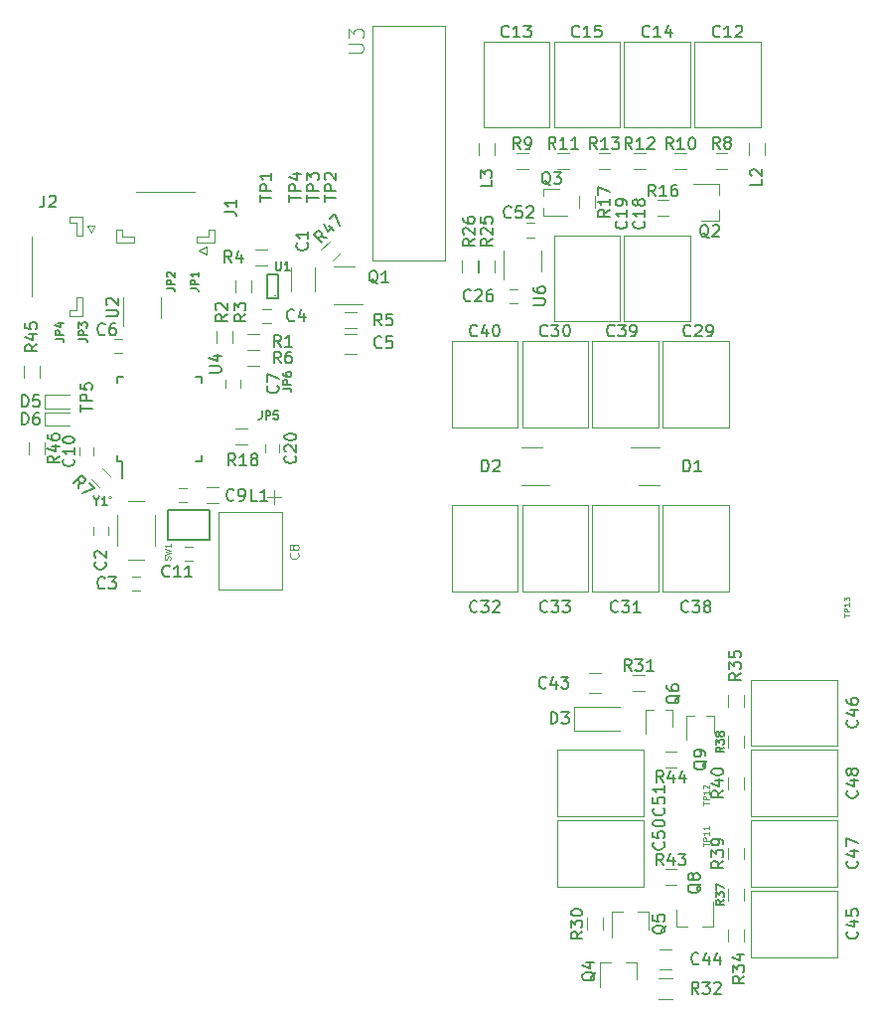
<source format=gbr>
G04 #@! TF.GenerationSoftware,KiCad,Pcbnew,(2017-12-21 revision 7586afd53)-makepkg*
G04 #@! TF.CreationDate,2018-10-14T21:46:11-07:00*
G04 #@! TF.ProjectId,fsorx,66736F72782E6B696361645F70636200,rev?*
G04 #@! TF.SameCoordinates,Original*
G04 #@! TF.FileFunction,Legend,Top*
G04 #@! TF.FilePolarity,Positive*
%FSLAX46Y46*%
G04 Gerber Fmt 4.6, Leading zero omitted, Abs format (unit mm)*
G04 Created by KiCad (PCBNEW (2017-12-21 revision 7586afd53)-makepkg) date 10/14/18 21:46:11*
%MOMM*%
%LPD*%
G01*
G04 APERTURE LIST*
%ADD10C,0.120000*%
%ADD11C,0.100000*%
%ADD12C,0.150000*%
%ADD13C,0.200000*%
%ADD14C,0.125000*%
%ADD15C,0.190500*%
%ADD16C,0.160000*%
G04 APERTURE END LIST*
D10*
X92580000Y-71100000D02*
X92580000Y-73100000D01*
X94620000Y-73100000D02*
X94620000Y-71100000D01*
X84400000Y-64650000D02*
X79400000Y-64650000D01*
X86100000Y-67850000D02*
X86100000Y-68950000D01*
X86100000Y-68950000D02*
X84550000Y-68950000D01*
X84550000Y-68950000D02*
X84550000Y-68450000D01*
X84550000Y-68450000D02*
X85600000Y-68450000D01*
X85600000Y-68450000D02*
X85600000Y-67850000D01*
X85600000Y-67850000D02*
X86100000Y-67850000D01*
X77700000Y-67850000D02*
X77700000Y-68950000D01*
X77700000Y-68950000D02*
X79250000Y-68950000D01*
X79250000Y-68950000D02*
X79250000Y-68450000D01*
X79250000Y-68450000D02*
X78200000Y-68450000D01*
X78200000Y-68450000D02*
X78200000Y-67850000D01*
X78200000Y-67850000D02*
X77700000Y-67850000D01*
X84775000Y-69650000D02*
X85375000Y-69950000D01*
X85375000Y-69950000D02*
X85375000Y-69350000D01*
X85375000Y-69350000D02*
X84775000Y-69650000D01*
X95165614Y-69572721D02*
X95872721Y-68865614D01*
X96834386Y-69827279D02*
X96127279Y-70534386D01*
X132622802Y-51858363D02*
X132622802Y-59178363D01*
X127002802Y-51858363D02*
X127002802Y-59178363D01*
X132622802Y-51858363D02*
X127002802Y-51858363D01*
X132622802Y-59178363D02*
X127002802Y-59178363D01*
X77000000Y-93150000D02*
X77000000Y-93850000D01*
X75800000Y-93850000D02*
X75800000Y-93150000D01*
X79750000Y-98600000D02*
X79050000Y-98600000D01*
X79050000Y-97400000D02*
X79750000Y-97400000D01*
X90886467Y-75818265D02*
X90186467Y-75818265D01*
X90186467Y-74618265D02*
X90886467Y-74618265D01*
X78250000Y-78350000D02*
X77550000Y-78350000D01*
X77550000Y-77150000D02*
X78250000Y-77150000D01*
X87050000Y-81350000D02*
X87050000Y-80650000D01*
X88250000Y-80650000D02*
X88250000Y-81350000D01*
D11*
X91750000Y-90650000D02*
X90550000Y-90650000D01*
X91150000Y-91250000D02*
X91150000Y-90050000D01*
X86450000Y-91950000D02*
X91850000Y-91950000D01*
X86450000Y-98550000D02*
X86450000Y-91950000D01*
X91850000Y-98550000D02*
X86450000Y-98550000D01*
X91850000Y-91950000D02*
X91850000Y-98550000D01*
D10*
X83050000Y-89900000D02*
X83750000Y-89900000D01*
X83750000Y-91100000D02*
X83050000Y-91100000D01*
X74550000Y-87100000D02*
X74550000Y-86400000D01*
X75750000Y-86400000D02*
X75750000Y-87100000D01*
X83550000Y-94900000D02*
X84250000Y-94900000D01*
X84250000Y-96100000D02*
X83550000Y-96100000D01*
X91600000Y-86150000D02*
X91600000Y-86850000D01*
X90400000Y-86850000D02*
X90400000Y-86150000D01*
X109002802Y-51858363D02*
X114622802Y-51858363D01*
X109002802Y-59178363D02*
X114622802Y-59178363D01*
X114622802Y-59178363D02*
X114622802Y-51858363D01*
X109002802Y-59178363D02*
X109002802Y-51858363D01*
X126622802Y-51858363D02*
X126622802Y-59178363D01*
X121002802Y-51858363D02*
X121002802Y-59178363D01*
X126622802Y-51858363D02*
X121002802Y-51858363D01*
X126622802Y-59178363D02*
X121002802Y-59178363D01*
X115002802Y-51858363D02*
X120622802Y-51858363D01*
X115002802Y-59178363D02*
X120622802Y-59178363D01*
X120622802Y-59178363D02*
X120622802Y-51858363D01*
X115002802Y-59178363D02*
X115002802Y-51858363D01*
X121002802Y-68358363D02*
X126622802Y-68358363D01*
X121002802Y-75678363D02*
X126622802Y-75678363D01*
X126622802Y-75678363D02*
X126622802Y-68358363D01*
X121002802Y-75678363D02*
X121002802Y-68358363D01*
X120622802Y-68358363D02*
X120622802Y-75678363D01*
X115002802Y-68358363D02*
X115002802Y-75678363D01*
X120622802Y-68358363D02*
X115002802Y-68358363D01*
X120622802Y-75678363D02*
X115002802Y-75678363D01*
X111912802Y-74118363D02*
X111212802Y-74118363D01*
X111212802Y-72918363D02*
X111912802Y-72918363D01*
X124302802Y-84678363D02*
X124302802Y-77358363D01*
X129922802Y-84678363D02*
X129922802Y-77358363D01*
X124302802Y-84678363D02*
X129922802Y-84678363D01*
X124302802Y-77358363D02*
X129922802Y-77358363D01*
X112302802Y-84678363D02*
X112302802Y-77358363D01*
X117922802Y-84678363D02*
X117922802Y-77358363D01*
X112302802Y-84678363D02*
X117922802Y-84678363D01*
X112302802Y-77358363D02*
X117922802Y-77358363D01*
X123922802Y-98678363D02*
X118302802Y-98678363D01*
X123922802Y-91358363D02*
X118302802Y-91358363D01*
X118302802Y-91358363D02*
X118302802Y-98678363D01*
X123922802Y-91358363D02*
X123922802Y-98678363D01*
X111922802Y-91358363D02*
X111922802Y-98678363D01*
X106302802Y-91358363D02*
X106302802Y-98678363D01*
X111922802Y-91358363D02*
X106302802Y-91358363D01*
X111922802Y-98678363D02*
X106302802Y-98678363D01*
X112302802Y-98678363D02*
X112302802Y-91358363D01*
X117922802Y-98678363D02*
X117922802Y-91358363D01*
X112302802Y-98678363D02*
X117922802Y-98678363D01*
X112302802Y-91358363D02*
X117922802Y-91358363D01*
X124302802Y-91358363D02*
X129922802Y-91358363D01*
X124302802Y-98678363D02*
X129922802Y-98678363D01*
X129922802Y-98678363D02*
X129922802Y-91358363D01*
X124302802Y-98678363D02*
X124302802Y-91358363D01*
X123922802Y-77358363D02*
X123922802Y-84678363D01*
X118302802Y-77358363D02*
X118302802Y-84678363D01*
X123922802Y-77358363D02*
X118302802Y-77358363D01*
X123922802Y-84678363D02*
X118302802Y-84678363D01*
X111922802Y-84678363D02*
X106302802Y-84678363D01*
X111922802Y-77358363D02*
X106302802Y-77358363D01*
X106302802Y-77358363D02*
X106302802Y-84678363D01*
X111922802Y-77358363D02*
X111922802Y-84678363D01*
X118000000Y-107350000D02*
X119000000Y-107350000D01*
X119000000Y-105650000D02*
X118000000Y-105650000D01*
X124000000Y-130850000D02*
X125000000Y-130850000D01*
X125000000Y-129150000D02*
X124000000Y-129150000D01*
X131840000Y-129810000D02*
X131840000Y-124190000D01*
X139160000Y-129810000D02*
X139160000Y-124190000D01*
X139160000Y-124190000D02*
X131840000Y-124190000D01*
X139160000Y-129810000D02*
X131840000Y-129810000D01*
X131840000Y-106190000D02*
X139160000Y-106190000D01*
X131840000Y-111810000D02*
X139160000Y-111810000D01*
X131840000Y-106190000D02*
X131840000Y-111810000D01*
X139160000Y-106190000D02*
X139160000Y-111810000D01*
X139160000Y-123810000D02*
X131840000Y-123810000D01*
X139160000Y-118190000D02*
X131840000Y-118190000D01*
X139160000Y-123810000D02*
X139160000Y-118190000D01*
X131840000Y-123810000D02*
X131840000Y-118190000D01*
X139160000Y-112190000D02*
X139160000Y-117810000D01*
X131840000Y-112190000D02*
X131840000Y-117810000D01*
X131840000Y-117810000D02*
X139160000Y-117810000D01*
X131840000Y-112190000D02*
X139160000Y-112190000D01*
X122660000Y-118190000D02*
X122660000Y-123810000D01*
X115340000Y-118190000D02*
X115340000Y-123810000D01*
X115340000Y-123810000D02*
X122660000Y-123810000D01*
X115340000Y-118190000D02*
X122660000Y-118190000D01*
X115340000Y-117810000D02*
X115340000Y-112190000D01*
X122660000Y-117810000D02*
X122660000Y-112190000D01*
X122660000Y-112190000D02*
X115340000Y-112190000D01*
X122660000Y-117810000D02*
X115340000Y-117810000D01*
X122212802Y-89628363D02*
X124012802Y-89628363D01*
X124012802Y-86408363D02*
X121562802Y-86408363D01*
X112212802Y-89628363D02*
X114662802Y-89628363D01*
X114012802Y-86408363D02*
X112212802Y-86408363D01*
X116750000Y-108500000D02*
X120650000Y-108500000D01*
X116750000Y-110500000D02*
X120650000Y-110500000D01*
X116750000Y-108500000D02*
X116750000Y-110500000D01*
X75250000Y-67525000D02*
X75550000Y-68125000D01*
X75850000Y-67525000D02*
X75250000Y-67525000D01*
X75550000Y-68125000D02*
X75850000Y-67525000D01*
X73750000Y-74700000D02*
X73750000Y-75200000D01*
X74350000Y-74700000D02*
X73750000Y-74700000D01*
X74350000Y-73650000D02*
X74350000Y-74700000D01*
X74850000Y-73650000D02*
X74350000Y-73650000D01*
X74850000Y-75200000D02*
X74850000Y-73650000D01*
X73750000Y-75200000D02*
X74850000Y-75200000D01*
X73750000Y-67300000D02*
X73750000Y-66800000D01*
X74350000Y-67300000D02*
X73750000Y-67300000D01*
X74350000Y-68350000D02*
X74350000Y-67300000D01*
X74850000Y-68350000D02*
X74350000Y-68350000D01*
X74850000Y-66800000D02*
X74850000Y-68350000D01*
X73750000Y-66800000D02*
X74850000Y-66800000D01*
X70550000Y-68500000D02*
X70550000Y-73500000D01*
X86400000Y-91180000D02*
X85400000Y-91180000D01*
X85400000Y-89820000D02*
X86400000Y-89820000D01*
X132992802Y-60518363D02*
X132992802Y-61518363D01*
X131632802Y-61518363D02*
X131632802Y-60518363D01*
X108632802Y-61518363D02*
X108632802Y-60518363D01*
X109992802Y-60518363D02*
X109992802Y-61518363D01*
X98064306Y-70969909D02*
X96264306Y-70969909D01*
X96264306Y-74189909D02*
X98714306Y-74189909D01*
X129072802Y-67098363D02*
X127612802Y-67098363D01*
X129072802Y-63938363D02*
X126912802Y-63938363D01*
X129072802Y-63938363D02*
X129072802Y-64868363D01*
X129072802Y-67098363D02*
X129072802Y-66168363D01*
X115492802Y-64358363D02*
X114082802Y-64358363D01*
X114082802Y-66678363D02*
X116112802Y-66678363D01*
X114082802Y-66678363D02*
X114082802Y-66018363D01*
X114082802Y-65018363D02*
X114082802Y-64358363D01*
X122080000Y-130240000D02*
X122080000Y-131700000D01*
X118920000Y-130240000D02*
X118920000Y-132400000D01*
X118920000Y-130240000D02*
X119850000Y-130240000D01*
X122080000Y-130240000D02*
X121150000Y-130240000D01*
X123080000Y-125990000D02*
X122150000Y-125990000D01*
X119920000Y-125990000D02*
X120850000Y-125990000D01*
X119920000Y-125990000D02*
X119920000Y-128150000D01*
X123080000Y-125990000D02*
X123080000Y-127450000D01*
X124500000Y-108770000D02*
X125160000Y-108770000D01*
X122840000Y-108770000D02*
X123500000Y-108770000D01*
X122840000Y-108770000D02*
X122840000Y-110800000D01*
X125160000Y-110180000D02*
X125160000Y-108770000D01*
X125420000Y-127260000D02*
X125420000Y-125800000D01*
X128580000Y-127260000D02*
X128580000Y-125100000D01*
X128580000Y-127260000D02*
X127650000Y-127260000D01*
X125420000Y-127260000D02*
X126350000Y-127260000D01*
X128660000Y-110680000D02*
X128660000Y-109270000D01*
X126340000Y-109270000D02*
X126340000Y-111300000D01*
X126340000Y-109270000D02*
X127000000Y-109270000D01*
X128000000Y-109270000D02*
X128660000Y-109270000D01*
X89900000Y-78080000D02*
X88900000Y-78080000D01*
X88900000Y-76720000D02*
X89900000Y-76720000D01*
X87580000Y-76500000D02*
X87580000Y-77500000D01*
X86220000Y-77500000D02*
X86220000Y-76500000D01*
X87856467Y-73218265D02*
X87856467Y-72218265D01*
X89216467Y-72218265D02*
X89216467Y-73218265D01*
X90536467Y-70898265D02*
X89536467Y-70898265D01*
X89536467Y-69538265D02*
X90536467Y-69538265D01*
X76272721Y-89834386D02*
X75565614Y-89127279D01*
X76527279Y-88165614D02*
X77234386Y-88872721D01*
X97164306Y-74899909D02*
X98164306Y-74899909D01*
X98164306Y-76259909D02*
X97164306Y-76259909D01*
X88900000Y-78120000D02*
X89900000Y-78120000D01*
X89900000Y-79480000D02*
X88900000Y-79480000D01*
X88900000Y-86180000D02*
X87900000Y-86180000D01*
X87900000Y-84820000D02*
X88900000Y-84820000D01*
X129812802Y-62698363D02*
X128812802Y-62698363D01*
X128812802Y-61338363D02*
X129812802Y-61338363D01*
X112812802Y-62698363D02*
X111812802Y-62698363D01*
X111812802Y-61338363D02*
X112812802Y-61338363D01*
X126312802Y-62698363D02*
X125312802Y-62698363D01*
X125312802Y-61338363D02*
X126312802Y-61338363D01*
X116312802Y-62698363D02*
X115312802Y-62698363D01*
X115312802Y-61338363D02*
X116312802Y-61338363D01*
X122812802Y-62698363D02*
X121812802Y-62698363D01*
X121812802Y-61338363D02*
X122812802Y-61338363D01*
X123812802Y-65338363D02*
X124812802Y-65338363D01*
X124812802Y-66698363D02*
X123812802Y-66698363D01*
X117132802Y-66018363D02*
X117132802Y-65018363D01*
X118492802Y-65018363D02*
X118492802Y-66018363D01*
X108632802Y-71518363D02*
X108632802Y-70518363D01*
X109992802Y-70518363D02*
X109992802Y-71518363D01*
X108492802Y-70518363D02*
X108492802Y-71518363D01*
X107132802Y-71518363D02*
X107132802Y-70518363D01*
X119180000Y-126500000D02*
X119180000Y-127500000D01*
X117820000Y-127500000D02*
X117820000Y-126500000D01*
X121750000Y-105820000D02*
X122750000Y-105820000D01*
X122750000Y-107180000D02*
X121750000Y-107180000D01*
X123900000Y-131620000D02*
X125100000Y-131620000D01*
X125100000Y-133380000D02*
X123900000Y-133380000D01*
X129820000Y-128500000D02*
X129820000Y-127500000D01*
X131180000Y-127500000D02*
X131180000Y-128500000D01*
X129820000Y-108500000D02*
X129820000Y-107500000D01*
X131180000Y-107500000D02*
X131180000Y-108500000D01*
X131180000Y-124000000D02*
X131180000Y-125000000D01*
X129820000Y-125000000D02*
X129820000Y-124000000D01*
X131180000Y-111000000D02*
X131180000Y-112000000D01*
X129820000Y-112000000D02*
X129820000Y-111000000D01*
X129820000Y-121500000D02*
X129820000Y-120500000D01*
X131180000Y-120500000D02*
X131180000Y-121500000D01*
X131180000Y-114500000D02*
X131180000Y-115500000D01*
X129820000Y-115500000D02*
X129820000Y-114500000D01*
X124500000Y-122320000D02*
X125500000Y-122320000D01*
X125500000Y-123680000D02*
X124500000Y-123680000D01*
X125500000Y-113680000D02*
X124500000Y-113680000D01*
X124500000Y-112320000D02*
X125500000Y-112320000D01*
D12*
X85650000Y-94250000D02*
X82150000Y-94250000D01*
X82150000Y-94250000D02*
X82150000Y-91750000D01*
X82150000Y-91750000D02*
X85650000Y-91750000D01*
X85650000Y-91750000D02*
X85650000Y-94250000D01*
X90536467Y-73718265D02*
X90536467Y-71718265D01*
X90536467Y-71718265D02*
X91536467Y-71718265D01*
X91536467Y-71718265D02*
X91536467Y-73718265D01*
X91536467Y-73718265D02*
X90536467Y-73718265D01*
D13*
X91286467Y-73468265D02*
X91286467Y-73468265D01*
D10*
X78290000Y-73600000D02*
X78290000Y-76050000D01*
X81510000Y-75400000D02*
X81510000Y-73600000D01*
D12*
X78225000Y-87625000D02*
X78225000Y-89000000D01*
X77775000Y-80375000D02*
X77775000Y-80900000D01*
X85025000Y-80375000D02*
X85025000Y-80900000D01*
X85025000Y-87625000D02*
X85025000Y-87100000D01*
X77775000Y-87625000D02*
X77775000Y-87100000D01*
X85025000Y-87625000D02*
X84500000Y-87625000D01*
X85025000Y-80375000D02*
X84500000Y-80375000D01*
X77775000Y-80375000D02*
X78300000Y-80375000D01*
X77775000Y-87625000D02*
X78225000Y-87625000D01*
D11*
X99550000Y-70500000D02*
X105700000Y-70500000D01*
X105700000Y-70500000D02*
X105700000Y-50500000D01*
X105700000Y-50500000D02*
X99550000Y-50500000D01*
X99550000Y-50500000D02*
X99550000Y-70500000D01*
D10*
X110702802Y-69618363D02*
X110702802Y-72068363D01*
X113922802Y-71418363D02*
X113922802Y-69618363D01*
D11*
X81000000Y-92200000D02*
X81000000Y-94800000D01*
X80100000Y-96000000D02*
X78700000Y-96000000D01*
X77800000Y-94800000D02*
X77800000Y-92200000D01*
X78700000Y-91000000D02*
X80100000Y-91000000D01*
X77341421Y-90700000D02*
G75*
G03X77341421Y-90700000I-141421J0D01*
G01*
D10*
X118812802Y-61338363D02*
X119812802Y-61338363D01*
X119812802Y-62698363D02*
X118812802Y-62698363D01*
X98164306Y-76729909D02*
X97164306Y-76729909D01*
X97164306Y-78429909D02*
X98164306Y-78429909D01*
X71600000Y-81930000D02*
X73700000Y-81930000D01*
X71600000Y-83070000D02*
X73700000Y-83070000D01*
X71600000Y-81930000D02*
X71600000Y-83070000D01*
X71600000Y-83430000D02*
X71600000Y-84570000D01*
X71600000Y-84570000D02*
X73700000Y-84570000D01*
X71600000Y-83430000D02*
X73700000Y-83430000D01*
X69820000Y-80500000D02*
X69820000Y-79500000D01*
X71180000Y-79500000D02*
X71180000Y-80500000D01*
X70220000Y-87000000D02*
X70220000Y-86000000D01*
X71580000Y-86000000D02*
X71580000Y-87000000D01*
X112662802Y-67318363D02*
X113362802Y-67318363D01*
X113362802Y-68518363D02*
X112662802Y-68518363D01*
D12*
X93957142Y-68998401D02*
X94004761Y-69046020D01*
X94052380Y-69188877D01*
X94052380Y-69284115D01*
X94004761Y-69426973D01*
X93909523Y-69522211D01*
X93814285Y-69569830D01*
X93623809Y-69617449D01*
X93480952Y-69617449D01*
X93290476Y-69569830D01*
X93195238Y-69522211D01*
X93100000Y-69426973D01*
X93052380Y-69284115D01*
X93052380Y-69188877D01*
X93100000Y-69046020D01*
X93147619Y-68998401D01*
X94052380Y-68046020D02*
X94052380Y-68617449D01*
X94052380Y-68331735D02*
X93052380Y-68331735D01*
X93195238Y-68426973D01*
X93290476Y-68522211D01*
X93338095Y-68617449D01*
X86952380Y-66333333D02*
X87666666Y-66333333D01*
X87809523Y-66380952D01*
X87904761Y-66476190D01*
X87952380Y-66619047D01*
X87952380Y-66714285D01*
X87952380Y-65333333D02*
X87952380Y-65904761D01*
X87952380Y-65619047D02*
X86952380Y-65619047D01*
X87095238Y-65714285D01*
X87190476Y-65809523D01*
X87238095Y-65904761D01*
X95665312Y-68574450D02*
X95092893Y-68473435D01*
X95261251Y-68978511D02*
X94554145Y-68271404D01*
X94823519Y-68002030D01*
X94924534Y-67968358D01*
X94991877Y-67968358D01*
X95092893Y-68002030D01*
X95193908Y-68103045D01*
X95227580Y-68204061D01*
X95227580Y-68271404D01*
X95193908Y-68372419D01*
X94924534Y-68641793D01*
X95800000Y-67496954D02*
X96271404Y-67968358D01*
X95362267Y-67395938D02*
X95698984Y-68069374D01*
X96136717Y-67631641D01*
X95867343Y-66958206D02*
X96338748Y-66486801D01*
X96742809Y-67496954D01*
X129169944Y-51375505D02*
X129122325Y-51423124D01*
X128979468Y-51470743D01*
X128884230Y-51470743D01*
X128741373Y-51423124D01*
X128646135Y-51327886D01*
X128598516Y-51232648D01*
X128550897Y-51042172D01*
X128550897Y-50899315D01*
X128598516Y-50708839D01*
X128646135Y-50613601D01*
X128741373Y-50518363D01*
X128884230Y-50470743D01*
X128979468Y-50470743D01*
X129122325Y-50518363D01*
X129169944Y-50565982D01*
X130122325Y-51470743D02*
X129550897Y-51470743D01*
X129836611Y-51470743D02*
X129836611Y-50470743D01*
X129741373Y-50613601D01*
X129646135Y-50708839D01*
X129550897Y-50756458D01*
X130503278Y-50565982D02*
X130550897Y-50518363D01*
X130646135Y-50470743D01*
X130884230Y-50470743D01*
X130979468Y-50518363D01*
X131027087Y-50565982D01*
X131074706Y-50661220D01*
X131074706Y-50756458D01*
X131027087Y-50899315D01*
X130455659Y-51470743D01*
X131074706Y-51470743D01*
X76757142Y-96166666D02*
X76804761Y-96214285D01*
X76852380Y-96357142D01*
X76852380Y-96452380D01*
X76804761Y-96595238D01*
X76709523Y-96690476D01*
X76614285Y-96738095D01*
X76423809Y-96785714D01*
X76280952Y-96785714D01*
X76090476Y-96738095D01*
X75995238Y-96690476D01*
X75900000Y-96595238D01*
X75852380Y-96452380D01*
X75852380Y-96357142D01*
X75900000Y-96214285D01*
X75947619Y-96166666D01*
X75947619Y-95785714D02*
X75900000Y-95738095D01*
X75852380Y-95642857D01*
X75852380Y-95404761D01*
X75900000Y-95309523D01*
X75947619Y-95261904D01*
X76042857Y-95214285D01*
X76138095Y-95214285D01*
X76280952Y-95261904D01*
X76852380Y-95833333D01*
X76852380Y-95214285D01*
X76733333Y-98357142D02*
X76685714Y-98404761D01*
X76542857Y-98452380D01*
X76447619Y-98452380D01*
X76304761Y-98404761D01*
X76209523Y-98309523D01*
X76161904Y-98214285D01*
X76114285Y-98023809D01*
X76114285Y-97880952D01*
X76161904Y-97690476D01*
X76209523Y-97595238D01*
X76304761Y-97500000D01*
X76447619Y-97452380D01*
X76542857Y-97452380D01*
X76685714Y-97500000D01*
X76733333Y-97547619D01*
X77066666Y-97452380D02*
X77685714Y-97452380D01*
X77352380Y-97833333D01*
X77495238Y-97833333D01*
X77590476Y-97880952D01*
X77638095Y-97928571D01*
X77685714Y-98023809D01*
X77685714Y-98261904D01*
X77638095Y-98357142D01*
X77590476Y-98404761D01*
X77495238Y-98452380D01*
X77209523Y-98452380D01*
X77114285Y-98404761D01*
X77066666Y-98357142D01*
X92869800Y-75575407D02*
X92822181Y-75623026D01*
X92679324Y-75670645D01*
X92584086Y-75670645D01*
X92441228Y-75623026D01*
X92345990Y-75527788D01*
X92298371Y-75432550D01*
X92250752Y-75242074D01*
X92250752Y-75099217D01*
X92298371Y-74908741D01*
X92345990Y-74813503D01*
X92441228Y-74718265D01*
X92584086Y-74670645D01*
X92679324Y-74670645D01*
X92822181Y-74718265D01*
X92869800Y-74765884D01*
X93726943Y-75003979D02*
X93726943Y-75670645D01*
X93488847Y-74623026D02*
X93250752Y-75337312D01*
X93869800Y-75337312D01*
X76733333Y-76757142D02*
X76685714Y-76804761D01*
X76542857Y-76852380D01*
X76447619Y-76852380D01*
X76304761Y-76804761D01*
X76209523Y-76709523D01*
X76161904Y-76614285D01*
X76114285Y-76423809D01*
X76114285Y-76280952D01*
X76161904Y-76090476D01*
X76209523Y-75995238D01*
X76304761Y-75900000D01*
X76447619Y-75852380D01*
X76542857Y-75852380D01*
X76685714Y-75900000D01*
X76733333Y-75947619D01*
X77590476Y-75852380D02*
X77400000Y-75852380D01*
X77304761Y-75900000D01*
X77257142Y-75947619D01*
X77161904Y-76090476D01*
X77114285Y-76280952D01*
X77114285Y-76661904D01*
X77161904Y-76757142D01*
X77209523Y-76804761D01*
X77304761Y-76852380D01*
X77495238Y-76852380D01*
X77590476Y-76804761D01*
X77638095Y-76757142D01*
X77685714Y-76661904D01*
X77685714Y-76423809D01*
X77638095Y-76328571D01*
X77590476Y-76280952D01*
X77495238Y-76233333D01*
X77304761Y-76233333D01*
X77209523Y-76280952D01*
X77161904Y-76328571D01*
X77114285Y-76423809D01*
X91457142Y-81166666D02*
X91504761Y-81214285D01*
X91552380Y-81357142D01*
X91552380Y-81452380D01*
X91504761Y-81595238D01*
X91409523Y-81690476D01*
X91314285Y-81738095D01*
X91123809Y-81785714D01*
X90980952Y-81785714D01*
X90790476Y-81738095D01*
X90695238Y-81690476D01*
X90600000Y-81595238D01*
X90552380Y-81452380D01*
X90552380Y-81357142D01*
X90600000Y-81214285D01*
X90647619Y-81166666D01*
X90552380Y-80833333D02*
X90552380Y-80166666D01*
X91552380Y-80595238D01*
D11*
X93172142Y-95427000D02*
X93208428Y-95463285D01*
X93244714Y-95572142D01*
X93244714Y-95644714D01*
X93208428Y-95753571D01*
X93135857Y-95826142D01*
X93063285Y-95862428D01*
X92918142Y-95898714D01*
X92809285Y-95898714D01*
X92664142Y-95862428D01*
X92591571Y-95826142D01*
X92519000Y-95753571D01*
X92482714Y-95644714D01*
X92482714Y-95572142D01*
X92519000Y-95463285D01*
X92555285Y-95427000D01*
X92809285Y-94991571D02*
X92773000Y-95064142D01*
X92736714Y-95100428D01*
X92664142Y-95136714D01*
X92627857Y-95136714D01*
X92555285Y-95100428D01*
X92519000Y-95064142D01*
X92482714Y-94991571D01*
X92482714Y-94846428D01*
X92519000Y-94773857D01*
X92555285Y-94737571D01*
X92627857Y-94701285D01*
X92664142Y-94701285D01*
X92736714Y-94737571D01*
X92773000Y-94773857D01*
X92809285Y-94846428D01*
X92809285Y-94991571D01*
X92845571Y-95064142D01*
X92881857Y-95100428D01*
X92954428Y-95136714D01*
X93099571Y-95136714D01*
X93172142Y-95100428D01*
X93208428Y-95064142D01*
X93244714Y-94991571D01*
X93244714Y-94846428D01*
X93208428Y-94773857D01*
X93172142Y-94737571D01*
X93099571Y-94701285D01*
X92954428Y-94701285D01*
X92881857Y-94737571D01*
X92845571Y-94773857D01*
X92809285Y-94846428D01*
D12*
X87733333Y-90857142D02*
X87685714Y-90904761D01*
X87542857Y-90952380D01*
X87447619Y-90952380D01*
X87304761Y-90904761D01*
X87209523Y-90809523D01*
X87161904Y-90714285D01*
X87114285Y-90523809D01*
X87114285Y-90380952D01*
X87161904Y-90190476D01*
X87209523Y-90095238D01*
X87304761Y-90000000D01*
X87447619Y-89952380D01*
X87542857Y-89952380D01*
X87685714Y-90000000D01*
X87733333Y-90047619D01*
X88209523Y-90952380D02*
X88400000Y-90952380D01*
X88495238Y-90904761D01*
X88542857Y-90857142D01*
X88638095Y-90714285D01*
X88685714Y-90523809D01*
X88685714Y-90142857D01*
X88638095Y-90047619D01*
X88590476Y-90000000D01*
X88495238Y-89952380D01*
X88304761Y-89952380D01*
X88209523Y-90000000D01*
X88161904Y-90047619D01*
X88114285Y-90142857D01*
X88114285Y-90380952D01*
X88161904Y-90476190D01*
X88209523Y-90523809D01*
X88304761Y-90571428D01*
X88495238Y-90571428D01*
X88590476Y-90523809D01*
X88638095Y-90476190D01*
X88685714Y-90380952D01*
X74057142Y-87392857D02*
X74104761Y-87440476D01*
X74152380Y-87583333D01*
X74152380Y-87678571D01*
X74104761Y-87821428D01*
X74009523Y-87916666D01*
X73914285Y-87964285D01*
X73723809Y-88011904D01*
X73580952Y-88011904D01*
X73390476Y-87964285D01*
X73295238Y-87916666D01*
X73200000Y-87821428D01*
X73152380Y-87678571D01*
X73152380Y-87583333D01*
X73200000Y-87440476D01*
X73247619Y-87392857D01*
X74152380Y-86440476D02*
X74152380Y-87011904D01*
X74152380Y-86726190D02*
X73152380Y-86726190D01*
X73295238Y-86821428D01*
X73390476Y-86916666D01*
X73438095Y-87011904D01*
X73152380Y-85821428D02*
X73152380Y-85726190D01*
X73200000Y-85630952D01*
X73247619Y-85583333D01*
X73342857Y-85535714D01*
X73533333Y-85488095D01*
X73771428Y-85488095D01*
X73961904Y-85535714D01*
X74057142Y-85583333D01*
X74104761Y-85630952D01*
X74152380Y-85726190D01*
X74152380Y-85821428D01*
X74104761Y-85916666D01*
X74057142Y-85964285D01*
X73961904Y-86011904D01*
X73771428Y-86059523D01*
X73533333Y-86059523D01*
X73342857Y-86011904D01*
X73247619Y-85964285D01*
X73200000Y-85916666D01*
X73152380Y-85821428D01*
X82257142Y-97357142D02*
X82209523Y-97404761D01*
X82066666Y-97452380D01*
X81971428Y-97452380D01*
X81828571Y-97404761D01*
X81733333Y-97309523D01*
X81685714Y-97214285D01*
X81638095Y-97023809D01*
X81638095Y-96880952D01*
X81685714Y-96690476D01*
X81733333Y-96595238D01*
X81828571Y-96500000D01*
X81971428Y-96452380D01*
X82066666Y-96452380D01*
X82209523Y-96500000D01*
X82257142Y-96547619D01*
X83209523Y-97452380D02*
X82638095Y-97452380D01*
X82923809Y-97452380D02*
X82923809Y-96452380D01*
X82828571Y-96595238D01*
X82733333Y-96690476D01*
X82638095Y-96738095D01*
X84161904Y-97452380D02*
X83590476Y-97452380D01*
X83876190Y-97452380D02*
X83876190Y-96452380D01*
X83780952Y-96595238D01*
X83685714Y-96690476D01*
X83590476Y-96738095D01*
X92957142Y-87142857D02*
X93004761Y-87190476D01*
X93052380Y-87333333D01*
X93052380Y-87428571D01*
X93004761Y-87571428D01*
X92909523Y-87666666D01*
X92814285Y-87714285D01*
X92623809Y-87761904D01*
X92480952Y-87761904D01*
X92290476Y-87714285D01*
X92195238Y-87666666D01*
X92100000Y-87571428D01*
X92052380Y-87428571D01*
X92052380Y-87333333D01*
X92100000Y-87190476D01*
X92147619Y-87142857D01*
X92147619Y-86761904D02*
X92100000Y-86714285D01*
X92052380Y-86619047D01*
X92052380Y-86380952D01*
X92100000Y-86285714D01*
X92147619Y-86238095D01*
X92242857Y-86190476D01*
X92338095Y-86190476D01*
X92480952Y-86238095D01*
X93052380Y-86809523D01*
X93052380Y-86190476D01*
X92052380Y-85571428D02*
X92052380Y-85476190D01*
X92100000Y-85380952D01*
X92147619Y-85333333D01*
X92242857Y-85285714D01*
X92433333Y-85238095D01*
X92671428Y-85238095D01*
X92861904Y-85285714D01*
X92957142Y-85333333D01*
X93004761Y-85380952D01*
X93052380Y-85476190D01*
X93052380Y-85571428D01*
X93004761Y-85666666D01*
X92957142Y-85714285D01*
X92861904Y-85761904D01*
X92671428Y-85809523D01*
X92433333Y-85809523D01*
X92242857Y-85761904D01*
X92147619Y-85714285D01*
X92100000Y-85666666D01*
X92052380Y-85571428D01*
X111169944Y-51375505D02*
X111122325Y-51423124D01*
X110979468Y-51470743D01*
X110884230Y-51470743D01*
X110741373Y-51423124D01*
X110646135Y-51327886D01*
X110598516Y-51232648D01*
X110550897Y-51042172D01*
X110550897Y-50899315D01*
X110598516Y-50708839D01*
X110646135Y-50613601D01*
X110741373Y-50518363D01*
X110884230Y-50470743D01*
X110979468Y-50470743D01*
X111122325Y-50518363D01*
X111169944Y-50565982D01*
X112122325Y-51470743D02*
X111550897Y-51470743D01*
X111836611Y-51470743D02*
X111836611Y-50470743D01*
X111741373Y-50613601D01*
X111646135Y-50708839D01*
X111550897Y-50756458D01*
X112455659Y-50470743D02*
X113074706Y-50470743D01*
X112741373Y-50851696D01*
X112884230Y-50851696D01*
X112979468Y-50899315D01*
X113027087Y-50946934D01*
X113074706Y-51042172D01*
X113074706Y-51280267D01*
X113027087Y-51375505D01*
X112979468Y-51423124D01*
X112884230Y-51470743D01*
X112598516Y-51470743D01*
X112503278Y-51423124D01*
X112455659Y-51375505D01*
X123169944Y-51375505D02*
X123122325Y-51423124D01*
X122979468Y-51470743D01*
X122884230Y-51470743D01*
X122741373Y-51423124D01*
X122646135Y-51327886D01*
X122598516Y-51232648D01*
X122550897Y-51042172D01*
X122550897Y-50899315D01*
X122598516Y-50708839D01*
X122646135Y-50613601D01*
X122741373Y-50518363D01*
X122884230Y-50470743D01*
X122979468Y-50470743D01*
X123122325Y-50518363D01*
X123169944Y-50565982D01*
X124122325Y-51470743D02*
X123550897Y-51470743D01*
X123836611Y-51470743D02*
X123836611Y-50470743D01*
X123741373Y-50613601D01*
X123646135Y-50708839D01*
X123550897Y-50756458D01*
X124979468Y-50804077D02*
X124979468Y-51470743D01*
X124741373Y-50423124D02*
X124503278Y-51137410D01*
X125122325Y-51137410D01*
X117169944Y-51375505D02*
X117122325Y-51423124D01*
X116979468Y-51470743D01*
X116884230Y-51470743D01*
X116741373Y-51423124D01*
X116646135Y-51327886D01*
X116598516Y-51232648D01*
X116550897Y-51042172D01*
X116550897Y-50899315D01*
X116598516Y-50708839D01*
X116646135Y-50613601D01*
X116741373Y-50518363D01*
X116884230Y-50470743D01*
X116979468Y-50470743D01*
X117122325Y-50518363D01*
X117169944Y-50565982D01*
X118122325Y-51470743D02*
X117550897Y-51470743D01*
X117836611Y-51470743D02*
X117836611Y-50470743D01*
X117741373Y-50613601D01*
X117646135Y-50708839D01*
X117550897Y-50756458D01*
X119027087Y-50470743D02*
X118550897Y-50470743D01*
X118503278Y-50946934D01*
X118550897Y-50899315D01*
X118646135Y-50851696D01*
X118884230Y-50851696D01*
X118979468Y-50899315D01*
X119027087Y-50946934D01*
X119074706Y-51042172D01*
X119074706Y-51280267D01*
X119027087Y-51375505D01*
X118979468Y-51423124D01*
X118884230Y-51470743D01*
X118646135Y-51470743D01*
X118550897Y-51423124D01*
X118503278Y-51375505D01*
X122669944Y-67161220D02*
X122717563Y-67208839D01*
X122765182Y-67351696D01*
X122765182Y-67446934D01*
X122717563Y-67589791D01*
X122622325Y-67685029D01*
X122527087Y-67732648D01*
X122336611Y-67780267D01*
X122193754Y-67780267D01*
X122003278Y-67732648D01*
X121908040Y-67685029D01*
X121812802Y-67589791D01*
X121765182Y-67446934D01*
X121765182Y-67351696D01*
X121812802Y-67208839D01*
X121860421Y-67161220D01*
X122765182Y-66208839D02*
X122765182Y-66780267D01*
X122765182Y-66494553D02*
X121765182Y-66494553D01*
X121908040Y-66589791D01*
X122003278Y-66685029D01*
X122050897Y-66780267D01*
X122193754Y-65637410D02*
X122146135Y-65732648D01*
X122098516Y-65780267D01*
X122003278Y-65827886D01*
X121955659Y-65827886D01*
X121860421Y-65780267D01*
X121812802Y-65732648D01*
X121765182Y-65637410D01*
X121765182Y-65446934D01*
X121812802Y-65351696D01*
X121860421Y-65304077D01*
X121955659Y-65256458D01*
X122003278Y-65256458D01*
X122098516Y-65304077D01*
X122146135Y-65351696D01*
X122193754Y-65446934D01*
X122193754Y-65637410D01*
X122241373Y-65732648D01*
X122288992Y-65780267D01*
X122384230Y-65827886D01*
X122574706Y-65827886D01*
X122669944Y-65780267D01*
X122717563Y-65732648D01*
X122765182Y-65637410D01*
X122765182Y-65446934D01*
X122717563Y-65351696D01*
X122669944Y-65304077D01*
X122574706Y-65256458D01*
X122384230Y-65256458D01*
X122288992Y-65304077D01*
X122241373Y-65351696D01*
X122193754Y-65446934D01*
X121169944Y-67161220D02*
X121217563Y-67208839D01*
X121265182Y-67351696D01*
X121265182Y-67446934D01*
X121217563Y-67589791D01*
X121122325Y-67685029D01*
X121027087Y-67732648D01*
X120836611Y-67780267D01*
X120693754Y-67780267D01*
X120503278Y-67732648D01*
X120408040Y-67685029D01*
X120312802Y-67589791D01*
X120265182Y-67446934D01*
X120265182Y-67351696D01*
X120312802Y-67208839D01*
X120360421Y-67161220D01*
X121265182Y-66208839D02*
X121265182Y-66780267D01*
X121265182Y-66494553D02*
X120265182Y-66494553D01*
X120408040Y-66589791D01*
X120503278Y-66685029D01*
X120550897Y-66780267D01*
X121265182Y-65732648D02*
X121265182Y-65542172D01*
X121217563Y-65446934D01*
X121169944Y-65399315D01*
X121027087Y-65304077D01*
X120836611Y-65256458D01*
X120455659Y-65256458D01*
X120360421Y-65304077D01*
X120312802Y-65351696D01*
X120265182Y-65446934D01*
X120265182Y-65637410D01*
X120312802Y-65732648D01*
X120360421Y-65780267D01*
X120455659Y-65827886D01*
X120693754Y-65827886D01*
X120788992Y-65780267D01*
X120836611Y-65732648D01*
X120884230Y-65637410D01*
X120884230Y-65446934D01*
X120836611Y-65351696D01*
X120788992Y-65304077D01*
X120693754Y-65256458D01*
X107919944Y-73875505D02*
X107872325Y-73923124D01*
X107729468Y-73970743D01*
X107634230Y-73970743D01*
X107491373Y-73923124D01*
X107396135Y-73827886D01*
X107348516Y-73732648D01*
X107300897Y-73542172D01*
X107300897Y-73399315D01*
X107348516Y-73208839D01*
X107396135Y-73113601D01*
X107491373Y-73018363D01*
X107634230Y-72970743D01*
X107729468Y-72970743D01*
X107872325Y-73018363D01*
X107919944Y-73065982D01*
X108300897Y-73065982D02*
X108348516Y-73018363D01*
X108443754Y-72970743D01*
X108681849Y-72970743D01*
X108777087Y-73018363D01*
X108824706Y-73065982D01*
X108872325Y-73161220D01*
X108872325Y-73256458D01*
X108824706Y-73399315D01*
X108253278Y-73970743D01*
X108872325Y-73970743D01*
X109729468Y-72970743D02*
X109538992Y-72970743D01*
X109443754Y-73018363D01*
X109396135Y-73065982D01*
X109300897Y-73208839D01*
X109253278Y-73399315D01*
X109253278Y-73780267D01*
X109300897Y-73875505D01*
X109348516Y-73923124D01*
X109443754Y-73970743D01*
X109634230Y-73970743D01*
X109729468Y-73923124D01*
X109777087Y-73875505D01*
X109824706Y-73780267D01*
X109824706Y-73542172D01*
X109777087Y-73446934D01*
X109729468Y-73399315D01*
X109634230Y-73351696D01*
X109443754Y-73351696D01*
X109348516Y-73399315D01*
X109300897Y-73446934D01*
X109253278Y-73542172D01*
X126669944Y-76875505D02*
X126622325Y-76923124D01*
X126479468Y-76970743D01*
X126384230Y-76970743D01*
X126241373Y-76923124D01*
X126146135Y-76827886D01*
X126098516Y-76732648D01*
X126050897Y-76542172D01*
X126050897Y-76399315D01*
X126098516Y-76208839D01*
X126146135Y-76113601D01*
X126241373Y-76018363D01*
X126384230Y-75970743D01*
X126479468Y-75970743D01*
X126622325Y-76018363D01*
X126669944Y-76065982D01*
X127050897Y-76065982D02*
X127098516Y-76018363D01*
X127193754Y-75970743D01*
X127431849Y-75970743D01*
X127527087Y-76018363D01*
X127574706Y-76065982D01*
X127622325Y-76161220D01*
X127622325Y-76256458D01*
X127574706Y-76399315D01*
X127003278Y-76970743D01*
X127622325Y-76970743D01*
X128098516Y-76970743D02*
X128288992Y-76970743D01*
X128384230Y-76923124D01*
X128431849Y-76875505D01*
X128527087Y-76732648D01*
X128574706Y-76542172D01*
X128574706Y-76161220D01*
X128527087Y-76065982D01*
X128479468Y-76018363D01*
X128384230Y-75970743D01*
X128193754Y-75970743D01*
X128098516Y-76018363D01*
X128050897Y-76065982D01*
X128003278Y-76161220D01*
X128003278Y-76399315D01*
X128050897Y-76494553D01*
X128098516Y-76542172D01*
X128193754Y-76589791D01*
X128384230Y-76589791D01*
X128479468Y-76542172D01*
X128527087Y-76494553D01*
X128574706Y-76399315D01*
X114469944Y-76875505D02*
X114422325Y-76923124D01*
X114279468Y-76970743D01*
X114184230Y-76970743D01*
X114041373Y-76923124D01*
X113946135Y-76827886D01*
X113898516Y-76732648D01*
X113850897Y-76542172D01*
X113850897Y-76399315D01*
X113898516Y-76208839D01*
X113946135Y-76113601D01*
X114041373Y-76018363D01*
X114184230Y-75970743D01*
X114279468Y-75970743D01*
X114422325Y-76018363D01*
X114469944Y-76065982D01*
X114803278Y-75970743D02*
X115422325Y-75970743D01*
X115088992Y-76351696D01*
X115231849Y-76351696D01*
X115327087Y-76399315D01*
X115374706Y-76446934D01*
X115422325Y-76542172D01*
X115422325Y-76780267D01*
X115374706Y-76875505D01*
X115327087Y-76923124D01*
X115231849Y-76970743D01*
X114946135Y-76970743D01*
X114850897Y-76923124D01*
X114803278Y-76875505D01*
X116041373Y-75970743D02*
X116136611Y-75970743D01*
X116231849Y-76018363D01*
X116279468Y-76065982D01*
X116327087Y-76161220D01*
X116374706Y-76351696D01*
X116374706Y-76589791D01*
X116327087Y-76780267D01*
X116279468Y-76875505D01*
X116231849Y-76923124D01*
X116136611Y-76970743D01*
X116041373Y-76970743D01*
X115946135Y-76923124D01*
X115898516Y-76875505D01*
X115850897Y-76780267D01*
X115803278Y-76589791D01*
X115803278Y-76351696D01*
X115850897Y-76161220D01*
X115898516Y-76065982D01*
X115946135Y-76018363D01*
X116041373Y-75970743D01*
X120469944Y-100375505D02*
X120422325Y-100423124D01*
X120279468Y-100470743D01*
X120184230Y-100470743D01*
X120041373Y-100423124D01*
X119946135Y-100327886D01*
X119898516Y-100232648D01*
X119850897Y-100042172D01*
X119850897Y-99899315D01*
X119898516Y-99708839D01*
X119946135Y-99613601D01*
X120041373Y-99518363D01*
X120184230Y-99470743D01*
X120279468Y-99470743D01*
X120422325Y-99518363D01*
X120469944Y-99565982D01*
X120803278Y-99470743D02*
X121422325Y-99470743D01*
X121088992Y-99851696D01*
X121231849Y-99851696D01*
X121327087Y-99899315D01*
X121374706Y-99946934D01*
X121422325Y-100042172D01*
X121422325Y-100280267D01*
X121374706Y-100375505D01*
X121327087Y-100423124D01*
X121231849Y-100470743D01*
X120946135Y-100470743D01*
X120850897Y-100423124D01*
X120803278Y-100375505D01*
X122374706Y-100470743D02*
X121803278Y-100470743D01*
X122088992Y-100470743D02*
X122088992Y-99470743D01*
X121993754Y-99613601D01*
X121898516Y-99708839D01*
X121803278Y-99756458D01*
X108469944Y-100375505D02*
X108422325Y-100423124D01*
X108279468Y-100470743D01*
X108184230Y-100470743D01*
X108041373Y-100423124D01*
X107946135Y-100327886D01*
X107898516Y-100232648D01*
X107850897Y-100042172D01*
X107850897Y-99899315D01*
X107898516Y-99708839D01*
X107946135Y-99613601D01*
X108041373Y-99518363D01*
X108184230Y-99470743D01*
X108279468Y-99470743D01*
X108422325Y-99518363D01*
X108469944Y-99565982D01*
X108803278Y-99470743D02*
X109422325Y-99470743D01*
X109088992Y-99851696D01*
X109231849Y-99851696D01*
X109327087Y-99899315D01*
X109374706Y-99946934D01*
X109422325Y-100042172D01*
X109422325Y-100280267D01*
X109374706Y-100375505D01*
X109327087Y-100423124D01*
X109231849Y-100470743D01*
X108946135Y-100470743D01*
X108850897Y-100423124D01*
X108803278Y-100375505D01*
X109803278Y-99565982D02*
X109850897Y-99518363D01*
X109946135Y-99470743D01*
X110184230Y-99470743D01*
X110279468Y-99518363D01*
X110327087Y-99565982D01*
X110374706Y-99661220D01*
X110374706Y-99756458D01*
X110327087Y-99899315D01*
X109755659Y-100470743D01*
X110374706Y-100470743D01*
X114469944Y-100375505D02*
X114422325Y-100423124D01*
X114279468Y-100470743D01*
X114184230Y-100470743D01*
X114041373Y-100423124D01*
X113946135Y-100327886D01*
X113898516Y-100232648D01*
X113850897Y-100042172D01*
X113850897Y-99899315D01*
X113898516Y-99708839D01*
X113946135Y-99613601D01*
X114041373Y-99518363D01*
X114184230Y-99470743D01*
X114279468Y-99470743D01*
X114422325Y-99518363D01*
X114469944Y-99565982D01*
X114803278Y-99470743D02*
X115422325Y-99470743D01*
X115088992Y-99851696D01*
X115231849Y-99851696D01*
X115327087Y-99899315D01*
X115374706Y-99946934D01*
X115422325Y-100042172D01*
X115422325Y-100280267D01*
X115374706Y-100375505D01*
X115327087Y-100423124D01*
X115231849Y-100470743D01*
X114946135Y-100470743D01*
X114850897Y-100423124D01*
X114803278Y-100375505D01*
X115755659Y-99470743D02*
X116374706Y-99470743D01*
X116041373Y-99851696D01*
X116184230Y-99851696D01*
X116279468Y-99899315D01*
X116327087Y-99946934D01*
X116374706Y-100042172D01*
X116374706Y-100280267D01*
X116327087Y-100375505D01*
X116279468Y-100423124D01*
X116184230Y-100470743D01*
X115898516Y-100470743D01*
X115803278Y-100423124D01*
X115755659Y-100375505D01*
X126469944Y-100375505D02*
X126422325Y-100423124D01*
X126279468Y-100470743D01*
X126184230Y-100470743D01*
X126041373Y-100423124D01*
X125946135Y-100327886D01*
X125898516Y-100232648D01*
X125850897Y-100042172D01*
X125850897Y-99899315D01*
X125898516Y-99708839D01*
X125946135Y-99613601D01*
X126041373Y-99518363D01*
X126184230Y-99470743D01*
X126279468Y-99470743D01*
X126422325Y-99518363D01*
X126469944Y-99565982D01*
X126803278Y-99470743D02*
X127422325Y-99470743D01*
X127088992Y-99851696D01*
X127231849Y-99851696D01*
X127327087Y-99899315D01*
X127374706Y-99946934D01*
X127422325Y-100042172D01*
X127422325Y-100280267D01*
X127374706Y-100375505D01*
X127327087Y-100423124D01*
X127231849Y-100470743D01*
X126946135Y-100470743D01*
X126850897Y-100423124D01*
X126803278Y-100375505D01*
X127993754Y-99899315D02*
X127898516Y-99851696D01*
X127850897Y-99804077D01*
X127803278Y-99708839D01*
X127803278Y-99661220D01*
X127850897Y-99565982D01*
X127898516Y-99518363D01*
X127993754Y-99470743D01*
X128184230Y-99470743D01*
X128279468Y-99518363D01*
X128327087Y-99565982D01*
X128374706Y-99661220D01*
X128374706Y-99708839D01*
X128327087Y-99804077D01*
X128279468Y-99851696D01*
X128184230Y-99899315D01*
X127993754Y-99899315D01*
X127898516Y-99946934D01*
X127850897Y-99994553D01*
X127803278Y-100089791D01*
X127803278Y-100280267D01*
X127850897Y-100375505D01*
X127898516Y-100423124D01*
X127993754Y-100470743D01*
X128184230Y-100470743D01*
X128279468Y-100423124D01*
X128327087Y-100375505D01*
X128374706Y-100280267D01*
X128374706Y-100089791D01*
X128327087Y-99994553D01*
X128279468Y-99946934D01*
X128184230Y-99899315D01*
X120169944Y-76875505D02*
X120122325Y-76923124D01*
X119979468Y-76970743D01*
X119884230Y-76970743D01*
X119741373Y-76923124D01*
X119646135Y-76827886D01*
X119598516Y-76732648D01*
X119550897Y-76542172D01*
X119550897Y-76399315D01*
X119598516Y-76208839D01*
X119646135Y-76113601D01*
X119741373Y-76018363D01*
X119884230Y-75970743D01*
X119979468Y-75970743D01*
X120122325Y-76018363D01*
X120169944Y-76065982D01*
X120503278Y-75970743D02*
X121122325Y-75970743D01*
X120788992Y-76351696D01*
X120931849Y-76351696D01*
X121027087Y-76399315D01*
X121074706Y-76446934D01*
X121122325Y-76542172D01*
X121122325Y-76780267D01*
X121074706Y-76875505D01*
X121027087Y-76923124D01*
X120931849Y-76970743D01*
X120646135Y-76970743D01*
X120550897Y-76923124D01*
X120503278Y-76875505D01*
X121598516Y-76970743D02*
X121788992Y-76970743D01*
X121884230Y-76923124D01*
X121931849Y-76875505D01*
X122027087Y-76732648D01*
X122074706Y-76542172D01*
X122074706Y-76161220D01*
X122027087Y-76065982D01*
X121979468Y-76018363D01*
X121884230Y-75970743D01*
X121693754Y-75970743D01*
X121598516Y-76018363D01*
X121550897Y-76065982D01*
X121503278Y-76161220D01*
X121503278Y-76399315D01*
X121550897Y-76494553D01*
X121598516Y-76542172D01*
X121693754Y-76589791D01*
X121884230Y-76589791D01*
X121979468Y-76542172D01*
X122027087Y-76494553D01*
X122074706Y-76399315D01*
X108469944Y-76875505D02*
X108422325Y-76923124D01*
X108279468Y-76970743D01*
X108184230Y-76970743D01*
X108041373Y-76923124D01*
X107946135Y-76827886D01*
X107898516Y-76732648D01*
X107850897Y-76542172D01*
X107850897Y-76399315D01*
X107898516Y-76208839D01*
X107946135Y-76113601D01*
X108041373Y-76018363D01*
X108184230Y-75970743D01*
X108279468Y-75970743D01*
X108422325Y-76018363D01*
X108469944Y-76065982D01*
X109327087Y-76304077D02*
X109327087Y-76970743D01*
X109088992Y-75923124D02*
X108850897Y-76637410D01*
X109469944Y-76637410D01*
X110041373Y-75970743D02*
X110136611Y-75970743D01*
X110231849Y-76018363D01*
X110279468Y-76065982D01*
X110327087Y-76161220D01*
X110374706Y-76351696D01*
X110374706Y-76589791D01*
X110327087Y-76780267D01*
X110279468Y-76875505D01*
X110231849Y-76923124D01*
X110136611Y-76970743D01*
X110041373Y-76970743D01*
X109946135Y-76923124D01*
X109898516Y-76875505D01*
X109850897Y-76780267D01*
X109803278Y-76589791D01*
X109803278Y-76351696D01*
X109850897Y-76161220D01*
X109898516Y-76065982D01*
X109946135Y-76018363D01*
X110041373Y-75970743D01*
X114357142Y-106857142D02*
X114309523Y-106904761D01*
X114166666Y-106952380D01*
X114071428Y-106952380D01*
X113928571Y-106904761D01*
X113833333Y-106809523D01*
X113785714Y-106714285D01*
X113738095Y-106523809D01*
X113738095Y-106380952D01*
X113785714Y-106190476D01*
X113833333Y-106095238D01*
X113928571Y-106000000D01*
X114071428Y-105952380D01*
X114166666Y-105952380D01*
X114309523Y-106000000D01*
X114357142Y-106047619D01*
X115214285Y-106285714D02*
X115214285Y-106952380D01*
X114976190Y-105904761D02*
X114738095Y-106619047D01*
X115357142Y-106619047D01*
X115642857Y-105952380D02*
X116261904Y-105952380D01*
X115928571Y-106333333D01*
X116071428Y-106333333D01*
X116166666Y-106380952D01*
X116214285Y-106428571D01*
X116261904Y-106523809D01*
X116261904Y-106761904D01*
X116214285Y-106857142D01*
X116166666Y-106904761D01*
X116071428Y-106952380D01*
X115785714Y-106952380D01*
X115690476Y-106904761D01*
X115642857Y-106857142D01*
X127357142Y-130357142D02*
X127309523Y-130404761D01*
X127166666Y-130452380D01*
X127071428Y-130452380D01*
X126928571Y-130404761D01*
X126833333Y-130309523D01*
X126785714Y-130214285D01*
X126738095Y-130023809D01*
X126738095Y-129880952D01*
X126785714Y-129690476D01*
X126833333Y-129595238D01*
X126928571Y-129500000D01*
X127071428Y-129452380D01*
X127166666Y-129452380D01*
X127309523Y-129500000D01*
X127357142Y-129547619D01*
X128214285Y-129785714D02*
X128214285Y-130452380D01*
X127976190Y-129404761D02*
X127738095Y-130119047D01*
X128357142Y-130119047D01*
X129166666Y-129785714D02*
X129166666Y-130452380D01*
X128928571Y-129404761D02*
X128690476Y-130119047D01*
X129309523Y-130119047D01*
X140857142Y-127642857D02*
X140904761Y-127690476D01*
X140952380Y-127833333D01*
X140952380Y-127928571D01*
X140904761Y-128071428D01*
X140809523Y-128166666D01*
X140714285Y-128214285D01*
X140523809Y-128261904D01*
X140380952Y-128261904D01*
X140190476Y-128214285D01*
X140095238Y-128166666D01*
X140000000Y-128071428D01*
X139952380Y-127928571D01*
X139952380Y-127833333D01*
X140000000Y-127690476D01*
X140047619Y-127642857D01*
X140285714Y-126785714D02*
X140952380Y-126785714D01*
X139904761Y-127023809D02*
X140619047Y-127261904D01*
X140619047Y-126642857D01*
X139952380Y-125785714D02*
X139952380Y-126261904D01*
X140428571Y-126309523D01*
X140380952Y-126261904D01*
X140333333Y-126166666D01*
X140333333Y-125928571D01*
X140380952Y-125833333D01*
X140428571Y-125785714D01*
X140523809Y-125738095D01*
X140761904Y-125738095D01*
X140857142Y-125785714D01*
X140904761Y-125833333D01*
X140952380Y-125928571D01*
X140952380Y-126166666D01*
X140904761Y-126261904D01*
X140857142Y-126309523D01*
X140857142Y-109642857D02*
X140904761Y-109690476D01*
X140952380Y-109833333D01*
X140952380Y-109928571D01*
X140904761Y-110071428D01*
X140809523Y-110166666D01*
X140714285Y-110214285D01*
X140523809Y-110261904D01*
X140380952Y-110261904D01*
X140190476Y-110214285D01*
X140095238Y-110166666D01*
X140000000Y-110071428D01*
X139952380Y-109928571D01*
X139952380Y-109833333D01*
X140000000Y-109690476D01*
X140047619Y-109642857D01*
X140285714Y-108785714D02*
X140952380Y-108785714D01*
X139904761Y-109023809D02*
X140619047Y-109261904D01*
X140619047Y-108642857D01*
X139952380Y-107833333D02*
X139952380Y-108023809D01*
X140000000Y-108119047D01*
X140047619Y-108166666D01*
X140190476Y-108261904D01*
X140380952Y-108309523D01*
X140761904Y-108309523D01*
X140857142Y-108261904D01*
X140904761Y-108214285D01*
X140952380Y-108119047D01*
X140952380Y-107928571D01*
X140904761Y-107833333D01*
X140857142Y-107785714D01*
X140761904Y-107738095D01*
X140523809Y-107738095D01*
X140428571Y-107785714D01*
X140380952Y-107833333D01*
X140333333Y-107928571D01*
X140333333Y-108119047D01*
X140380952Y-108214285D01*
X140428571Y-108261904D01*
X140523809Y-108309523D01*
X140857142Y-121642857D02*
X140904761Y-121690476D01*
X140952380Y-121833333D01*
X140952380Y-121928571D01*
X140904761Y-122071428D01*
X140809523Y-122166666D01*
X140714285Y-122214285D01*
X140523809Y-122261904D01*
X140380952Y-122261904D01*
X140190476Y-122214285D01*
X140095238Y-122166666D01*
X140000000Y-122071428D01*
X139952380Y-121928571D01*
X139952380Y-121833333D01*
X140000000Y-121690476D01*
X140047619Y-121642857D01*
X140285714Y-120785714D02*
X140952380Y-120785714D01*
X139904761Y-121023809D02*
X140619047Y-121261904D01*
X140619047Y-120642857D01*
X139952380Y-120357142D02*
X139952380Y-119690476D01*
X140952380Y-120119047D01*
X140857142Y-115642857D02*
X140904761Y-115690476D01*
X140952380Y-115833333D01*
X140952380Y-115928571D01*
X140904761Y-116071428D01*
X140809523Y-116166666D01*
X140714285Y-116214285D01*
X140523809Y-116261904D01*
X140380952Y-116261904D01*
X140190476Y-116214285D01*
X140095238Y-116166666D01*
X140000000Y-116071428D01*
X139952380Y-115928571D01*
X139952380Y-115833333D01*
X140000000Y-115690476D01*
X140047619Y-115642857D01*
X140285714Y-114785714D02*
X140952380Y-114785714D01*
X139904761Y-115023809D02*
X140619047Y-115261904D01*
X140619047Y-114642857D01*
X140380952Y-114119047D02*
X140333333Y-114214285D01*
X140285714Y-114261904D01*
X140190476Y-114309523D01*
X140142857Y-114309523D01*
X140047619Y-114261904D01*
X140000000Y-114214285D01*
X139952380Y-114119047D01*
X139952380Y-113928571D01*
X140000000Y-113833333D01*
X140047619Y-113785714D01*
X140142857Y-113738095D01*
X140190476Y-113738095D01*
X140285714Y-113785714D01*
X140333333Y-113833333D01*
X140380952Y-113928571D01*
X140380952Y-114119047D01*
X140428571Y-114214285D01*
X140476190Y-114261904D01*
X140571428Y-114309523D01*
X140761904Y-114309523D01*
X140857142Y-114261904D01*
X140904761Y-114214285D01*
X140952380Y-114119047D01*
X140952380Y-113928571D01*
X140904761Y-113833333D01*
X140857142Y-113785714D01*
X140761904Y-113738095D01*
X140571428Y-113738095D01*
X140476190Y-113785714D01*
X140428571Y-113833333D01*
X140380952Y-113928571D01*
X124357142Y-120042857D02*
X124404761Y-120090476D01*
X124452380Y-120233333D01*
X124452380Y-120328571D01*
X124404761Y-120471428D01*
X124309523Y-120566666D01*
X124214285Y-120614285D01*
X124023809Y-120661904D01*
X123880952Y-120661904D01*
X123690476Y-120614285D01*
X123595238Y-120566666D01*
X123500000Y-120471428D01*
X123452380Y-120328571D01*
X123452380Y-120233333D01*
X123500000Y-120090476D01*
X123547619Y-120042857D01*
X123452380Y-119138095D02*
X123452380Y-119614285D01*
X123928571Y-119661904D01*
X123880952Y-119614285D01*
X123833333Y-119519047D01*
X123833333Y-119280952D01*
X123880952Y-119185714D01*
X123928571Y-119138095D01*
X124023809Y-119090476D01*
X124261904Y-119090476D01*
X124357142Y-119138095D01*
X124404761Y-119185714D01*
X124452380Y-119280952D01*
X124452380Y-119519047D01*
X124404761Y-119614285D01*
X124357142Y-119661904D01*
X123452380Y-118471428D02*
X123452380Y-118376190D01*
X123500000Y-118280952D01*
X123547619Y-118233333D01*
X123642857Y-118185714D01*
X123833333Y-118138095D01*
X124071428Y-118138095D01*
X124261904Y-118185714D01*
X124357142Y-118233333D01*
X124404761Y-118280952D01*
X124452380Y-118376190D01*
X124452380Y-118471428D01*
X124404761Y-118566666D01*
X124357142Y-118614285D01*
X124261904Y-118661904D01*
X124071428Y-118709523D01*
X123833333Y-118709523D01*
X123642857Y-118661904D01*
X123547619Y-118614285D01*
X123500000Y-118566666D01*
X123452380Y-118471428D01*
X124357142Y-117142857D02*
X124404761Y-117190476D01*
X124452380Y-117333333D01*
X124452380Y-117428571D01*
X124404761Y-117571428D01*
X124309523Y-117666666D01*
X124214285Y-117714285D01*
X124023809Y-117761904D01*
X123880952Y-117761904D01*
X123690476Y-117714285D01*
X123595238Y-117666666D01*
X123500000Y-117571428D01*
X123452380Y-117428571D01*
X123452380Y-117333333D01*
X123500000Y-117190476D01*
X123547619Y-117142857D01*
X123452380Y-116238095D02*
X123452380Y-116714285D01*
X123928571Y-116761904D01*
X123880952Y-116714285D01*
X123833333Y-116619047D01*
X123833333Y-116380952D01*
X123880952Y-116285714D01*
X123928571Y-116238095D01*
X124023809Y-116190476D01*
X124261904Y-116190476D01*
X124357142Y-116238095D01*
X124404761Y-116285714D01*
X124452380Y-116380952D01*
X124452380Y-116619047D01*
X124404761Y-116714285D01*
X124357142Y-116761904D01*
X124452380Y-115238095D02*
X124452380Y-115809523D01*
X124452380Y-115523809D02*
X123452380Y-115523809D01*
X123595238Y-115619047D01*
X123690476Y-115714285D01*
X123738095Y-115809523D01*
X126061904Y-88470743D02*
X126061904Y-87470743D01*
X126300000Y-87470743D01*
X126442857Y-87518363D01*
X126538095Y-87613601D01*
X126585714Y-87708839D01*
X126633333Y-87899315D01*
X126633333Y-88042172D01*
X126585714Y-88232648D01*
X126538095Y-88327886D01*
X126442857Y-88423124D01*
X126300000Y-88470743D01*
X126061904Y-88470743D01*
X127585714Y-88470743D02*
X127014285Y-88470743D01*
X127300000Y-88470743D02*
X127300000Y-87470743D01*
X127204761Y-87613601D01*
X127109523Y-87708839D01*
X127014285Y-87756458D01*
X108874706Y-88470743D02*
X108874706Y-87470743D01*
X109112802Y-87470743D01*
X109255659Y-87518363D01*
X109350897Y-87613601D01*
X109398516Y-87708839D01*
X109446135Y-87899315D01*
X109446135Y-88042172D01*
X109398516Y-88232648D01*
X109350897Y-88327886D01*
X109255659Y-88423124D01*
X109112802Y-88470743D01*
X108874706Y-88470743D01*
X109827087Y-87565982D02*
X109874706Y-87518363D01*
X109969944Y-87470743D01*
X110208040Y-87470743D01*
X110303278Y-87518363D01*
X110350897Y-87565982D01*
X110398516Y-87661220D01*
X110398516Y-87756458D01*
X110350897Y-87899315D01*
X109779468Y-88470743D01*
X110398516Y-88470743D01*
X114761904Y-109952380D02*
X114761904Y-108952380D01*
X115000000Y-108952380D01*
X115142857Y-109000000D01*
X115238095Y-109095238D01*
X115285714Y-109190476D01*
X115333333Y-109380952D01*
X115333333Y-109523809D01*
X115285714Y-109714285D01*
X115238095Y-109809523D01*
X115142857Y-109904761D01*
X115000000Y-109952380D01*
X114761904Y-109952380D01*
X115666666Y-108952380D02*
X116285714Y-108952380D01*
X115952380Y-109333333D01*
X116095238Y-109333333D01*
X116190476Y-109380952D01*
X116238095Y-109428571D01*
X116285714Y-109523809D01*
X116285714Y-109761904D01*
X116238095Y-109857142D01*
X116190476Y-109904761D01*
X116095238Y-109952380D01*
X115809523Y-109952380D01*
X115714285Y-109904761D01*
X115666666Y-109857142D01*
X71566666Y-64952380D02*
X71566666Y-65666666D01*
X71519047Y-65809523D01*
X71423809Y-65904761D01*
X71280952Y-65952380D01*
X71185714Y-65952380D01*
X71995238Y-65047619D02*
X72042857Y-65000000D01*
X72138095Y-64952380D01*
X72376190Y-64952380D01*
X72471428Y-65000000D01*
X72519047Y-65047619D01*
X72566666Y-65142857D01*
X72566666Y-65238095D01*
X72519047Y-65380952D01*
X71947619Y-65952380D01*
X72566666Y-65952380D01*
X89733333Y-90952380D02*
X89257142Y-90952380D01*
X89257142Y-89952380D01*
X90590476Y-90952380D02*
X90019047Y-90952380D01*
X90304761Y-90952380D02*
X90304761Y-89952380D01*
X90209523Y-90095238D01*
X90114285Y-90190476D01*
X90019047Y-90238095D01*
X132765182Y-63566666D02*
X132765182Y-64042857D01*
X131765182Y-64042857D01*
X131860421Y-63280952D02*
X131812802Y-63233333D01*
X131765182Y-63138095D01*
X131765182Y-62900000D01*
X131812802Y-62804761D01*
X131860421Y-62757142D01*
X131955659Y-62709523D01*
X132050897Y-62709523D01*
X132193754Y-62757142D01*
X132765182Y-63328571D01*
X132765182Y-62709523D01*
X109752380Y-63666666D02*
X109752380Y-64142857D01*
X108752380Y-64142857D01*
X108752380Y-63428571D02*
X108752380Y-62809523D01*
X109133333Y-63142857D01*
X109133333Y-63000000D01*
X109180952Y-62904761D01*
X109228571Y-62857142D01*
X109323809Y-62809523D01*
X109561904Y-62809523D01*
X109657142Y-62857142D01*
X109704761Y-62904761D01*
X109752380Y-63000000D01*
X109752380Y-63285714D01*
X109704761Y-63380952D01*
X109657142Y-63428571D01*
X100004761Y-72447619D02*
X99909523Y-72400000D01*
X99814285Y-72304761D01*
X99671428Y-72161904D01*
X99576190Y-72114285D01*
X99480952Y-72114285D01*
X99528571Y-72352380D02*
X99433333Y-72304761D01*
X99338095Y-72209523D01*
X99290476Y-72019047D01*
X99290476Y-71685714D01*
X99338095Y-71495238D01*
X99433333Y-71400000D01*
X99528571Y-71352380D01*
X99719047Y-71352380D01*
X99814285Y-71400000D01*
X99909523Y-71495238D01*
X99957142Y-71685714D01*
X99957142Y-72019047D01*
X99909523Y-72209523D01*
X99814285Y-72304761D01*
X99719047Y-72352380D01*
X99528571Y-72352380D01*
X100909523Y-72352380D02*
X100338095Y-72352380D01*
X100623809Y-72352380D02*
X100623809Y-71352380D01*
X100528571Y-71495238D01*
X100433333Y-71590476D01*
X100338095Y-71638095D01*
X128217563Y-68565982D02*
X128122325Y-68518363D01*
X128027087Y-68423124D01*
X127884230Y-68280267D01*
X127788992Y-68232648D01*
X127693754Y-68232648D01*
X127741373Y-68470743D02*
X127646135Y-68423124D01*
X127550897Y-68327886D01*
X127503278Y-68137410D01*
X127503278Y-67804077D01*
X127550897Y-67613601D01*
X127646135Y-67518363D01*
X127741373Y-67470743D01*
X127931849Y-67470743D01*
X128027087Y-67518363D01*
X128122325Y-67613601D01*
X128169944Y-67804077D01*
X128169944Y-68137410D01*
X128122325Y-68327886D01*
X128027087Y-68423124D01*
X127931849Y-68470743D01*
X127741373Y-68470743D01*
X128550897Y-67565982D02*
X128598516Y-67518363D01*
X128693754Y-67470743D01*
X128931849Y-67470743D01*
X129027087Y-67518363D01*
X129074706Y-67565982D01*
X129122325Y-67661220D01*
X129122325Y-67756458D01*
X129074706Y-67899315D01*
X128503278Y-68470743D01*
X129122325Y-68470743D01*
X114717563Y-64065982D02*
X114622325Y-64018363D01*
X114527087Y-63923124D01*
X114384230Y-63780267D01*
X114288992Y-63732648D01*
X114193754Y-63732648D01*
X114241373Y-63970743D02*
X114146135Y-63923124D01*
X114050897Y-63827886D01*
X114003278Y-63637410D01*
X114003278Y-63304077D01*
X114050897Y-63113601D01*
X114146135Y-63018363D01*
X114241373Y-62970743D01*
X114431849Y-62970743D01*
X114527087Y-63018363D01*
X114622325Y-63113601D01*
X114669944Y-63304077D01*
X114669944Y-63637410D01*
X114622325Y-63827886D01*
X114527087Y-63923124D01*
X114431849Y-63970743D01*
X114241373Y-63970743D01*
X115003278Y-62970743D02*
X115622325Y-62970743D01*
X115288992Y-63351696D01*
X115431849Y-63351696D01*
X115527087Y-63399315D01*
X115574706Y-63446934D01*
X115622325Y-63542172D01*
X115622325Y-63780267D01*
X115574706Y-63875505D01*
X115527087Y-63923124D01*
X115431849Y-63970743D01*
X115146135Y-63970743D01*
X115050897Y-63923124D01*
X115003278Y-63875505D01*
X118547619Y-131095238D02*
X118500000Y-131190476D01*
X118404761Y-131285714D01*
X118261904Y-131428571D01*
X118214285Y-131523809D01*
X118214285Y-131619047D01*
X118452380Y-131571428D02*
X118404761Y-131666666D01*
X118309523Y-131761904D01*
X118119047Y-131809523D01*
X117785714Y-131809523D01*
X117595238Y-131761904D01*
X117500000Y-131666666D01*
X117452380Y-131571428D01*
X117452380Y-131380952D01*
X117500000Y-131285714D01*
X117595238Y-131190476D01*
X117785714Y-131142857D01*
X118119047Y-131142857D01*
X118309523Y-131190476D01*
X118404761Y-131285714D01*
X118452380Y-131380952D01*
X118452380Y-131571428D01*
X117785714Y-130285714D02*
X118452380Y-130285714D01*
X117404761Y-130523809D02*
X118119047Y-130761904D01*
X118119047Y-130142857D01*
X124547619Y-127095238D02*
X124500000Y-127190476D01*
X124404761Y-127285714D01*
X124261904Y-127428571D01*
X124214285Y-127523809D01*
X124214285Y-127619047D01*
X124452380Y-127571428D02*
X124404761Y-127666666D01*
X124309523Y-127761904D01*
X124119047Y-127809523D01*
X123785714Y-127809523D01*
X123595238Y-127761904D01*
X123500000Y-127666666D01*
X123452380Y-127571428D01*
X123452380Y-127380952D01*
X123500000Y-127285714D01*
X123595238Y-127190476D01*
X123785714Y-127142857D01*
X124119047Y-127142857D01*
X124309523Y-127190476D01*
X124404761Y-127285714D01*
X124452380Y-127380952D01*
X124452380Y-127571428D01*
X123452380Y-126238095D02*
X123452380Y-126714285D01*
X123928571Y-126761904D01*
X123880952Y-126714285D01*
X123833333Y-126619047D01*
X123833333Y-126380952D01*
X123880952Y-126285714D01*
X123928571Y-126238095D01*
X124023809Y-126190476D01*
X124261904Y-126190476D01*
X124357142Y-126238095D01*
X124404761Y-126285714D01*
X124452380Y-126380952D01*
X124452380Y-126619047D01*
X124404761Y-126714285D01*
X124357142Y-126761904D01*
X125747619Y-107495238D02*
X125700000Y-107590476D01*
X125604761Y-107685714D01*
X125461904Y-107828571D01*
X125414285Y-107923809D01*
X125414285Y-108019047D01*
X125652380Y-107971428D02*
X125604761Y-108066666D01*
X125509523Y-108161904D01*
X125319047Y-108209523D01*
X124985714Y-108209523D01*
X124795238Y-108161904D01*
X124700000Y-108066666D01*
X124652380Y-107971428D01*
X124652380Y-107780952D01*
X124700000Y-107685714D01*
X124795238Y-107590476D01*
X124985714Y-107542857D01*
X125319047Y-107542857D01*
X125509523Y-107590476D01*
X125604761Y-107685714D01*
X125652380Y-107780952D01*
X125652380Y-107971428D01*
X124652380Y-106685714D02*
X124652380Y-106876190D01*
X124700000Y-106971428D01*
X124747619Y-107019047D01*
X124890476Y-107114285D01*
X125080952Y-107161904D01*
X125461904Y-107161904D01*
X125557142Y-107114285D01*
X125604761Y-107066666D01*
X125652380Y-106971428D01*
X125652380Y-106780952D01*
X125604761Y-106685714D01*
X125557142Y-106638095D01*
X125461904Y-106590476D01*
X125223809Y-106590476D01*
X125128571Y-106638095D01*
X125080952Y-106685714D01*
X125033333Y-106780952D01*
X125033333Y-106971428D01*
X125080952Y-107066666D01*
X125128571Y-107114285D01*
X125223809Y-107161904D01*
X127547619Y-123595238D02*
X127500000Y-123690476D01*
X127404761Y-123785714D01*
X127261904Y-123928571D01*
X127214285Y-124023809D01*
X127214285Y-124119047D01*
X127452380Y-124071428D02*
X127404761Y-124166666D01*
X127309523Y-124261904D01*
X127119047Y-124309523D01*
X126785714Y-124309523D01*
X126595238Y-124261904D01*
X126500000Y-124166666D01*
X126452380Y-124071428D01*
X126452380Y-123880952D01*
X126500000Y-123785714D01*
X126595238Y-123690476D01*
X126785714Y-123642857D01*
X127119047Y-123642857D01*
X127309523Y-123690476D01*
X127404761Y-123785714D01*
X127452380Y-123880952D01*
X127452380Y-124071428D01*
X126880952Y-123071428D02*
X126833333Y-123166666D01*
X126785714Y-123214285D01*
X126690476Y-123261904D01*
X126642857Y-123261904D01*
X126547619Y-123214285D01*
X126500000Y-123166666D01*
X126452380Y-123071428D01*
X126452380Y-122880952D01*
X126500000Y-122785714D01*
X126547619Y-122738095D01*
X126642857Y-122690476D01*
X126690476Y-122690476D01*
X126785714Y-122738095D01*
X126833333Y-122785714D01*
X126880952Y-122880952D01*
X126880952Y-123071428D01*
X126928571Y-123166666D01*
X126976190Y-123214285D01*
X127071428Y-123261904D01*
X127261904Y-123261904D01*
X127357142Y-123214285D01*
X127404761Y-123166666D01*
X127452380Y-123071428D01*
X127452380Y-122880952D01*
X127404761Y-122785714D01*
X127357142Y-122738095D01*
X127261904Y-122690476D01*
X127071428Y-122690476D01*
X126976190Y-122738095D01*
X126928571Y-122785714D01*
X126880952Y-122880952D01*
X128047619Y-113095238D02*
X128000000Y-113190476D01*
X127904761Y-113285714D01*
X127761904Y-113428571D01*
X127714285Y-113523809D01*
X127714285Y-113619047D01*
X127952380Y-113571428D02*
X127904761Y-113666666D01*
X127809523Y-113761904D01*
X127619047Y-113809523D01*
X127285714Y-113809523D01*
X127095238Y-113761904D01*
X127000000Y-113666666D01*
X126952380Y-113571428D01*
X126952380Y-113380952D01*
X127000000Y-113285714D01*
X127095238Y-113190476D01*
X127285714Y-113142857D01*
X127619047Y-113142857D01*
X127809523Y-113190476D01*
X127904761Y-113285714D01*
X127952380Y-113380952D01*
X127952380Y-113571428D01*
X127952380Y-112666666D02*
X127952380Y-112476190D01*
X127904761Y-112380952D01*
X127857142Y-112333333D01*
X127714285Y-112238095D01*
X127523809Y-112190476D01*
X127142857Y-112190476D01*
X127047619Y-112238095D01*
X127000000Y-112285714D01*
X126952380Y-112380952D01*
X126952380Y-112571428D01*
X127000000Y-112666666D01*
X127047619Y-112714285D01*
X127142857Y-112761904D01*
X127380952Y-112761904D01*
X127476190Y-112714285D01*
X127523809Y-112666666D01*
X127571428Y-112571428D01*
X127571428Y-112380952D01*
X127523809Y-112285714D01*
X127476190Y-112238095D01*
X127380952Y-112190476D01*
X91733333Y-77852380D02*
X91400000Y-77376190D01*
X91161904Y-77852380D02*
X91161904Y-76852380D01*
X91542857Y-76852380D01*
X91638095Y-76900000D01*
X91685714Y-76947619D01*
X91733333Y-77042857D01*
X91733333Y-77185714D01*
X91685714Y-77280952D01*
X91638095Y-77328571D01*
X91542857Y-77376190D01*
X91161904Y-77376190D01*
X92685714Y-77852380D02*
X92114285Y-77852380D01*
X92400000Y-77852380D02*
X92400000Y-76852380D01*
X92304761Y-76995238D01*
X92209523Y-77090476D01*
X92114285Y-77138095D01*
X87152380Y-75066666D02*
X86676190Y-75400000D01*
X87152380Y-75638095D02*
X86152380Y-75638095D01*
X86152380Y-75257142D01*
X86200000Y-75161904D01*
X86247619Y-75114285D01*
X86342857Y-75066666D01*
X86485714Y-75066666D01*
X86580952Y-75114285D01*
X86628571Y-75161904D01*
X86676190Y-75257142D01*
X86676190Y-75638095D01*
X86247619Y-74685714D02*
X86200000Y-74638095D01*
X86152380Y-74542857D01*
X86152380Y-74304761D01*
X86200000Y-74209523D01*
X86247619Y-74161904D01*
X86342857Y-74114285D01*
X86438095Y-74114285D01*
X86580952Y-74161904D01*
X87152380Y-74733333D01*
X87152380Y-74114285D01*
X88752380Y-75066666D02*
X88276190Y-75400000D01*
X88752380Y-75638095D02*
X87752380Y-75638095D01*
X87752380Y-75257142D01*
X87800000Y-75161904D01*
X87847619Y-75114285D01*
X87942857Y-75066666D01*
X88085714Y-75066666D01*
X88180952Y-75114285D01*
X88228571Y-75161904D01*
X88276190Y-75257142D01*
X88276190Y-75638095D01*
X87752380Y-74733333D02*
X87752380Y-74114285D01*
X88133333Y-74447619D01*
X88133333Y-74304761D01*
X88180952Y-74209523D01*
X88228571Y-74161904D01*
X88323809Y-74114285D01*
X88561904Y-74114285D01*
X88657142Y-74161904D01*
X88704761Y-74209523D01*
X88752380Y-74304761D01*
X88752380Y-74590476D01*
X88704761Y-74685714D01*
X88657142Y-74733333D01*
X87533333Y-70670645D02*
X87200000Y-70194455D01*
X86961904Y-70670645D02*
X86961904Y-69670645D01*
X87342857Y-69670645D01*
X87438095Y-69718265D01*
X87485714Y-69765884D01*
X87533333Y-69861122D01*
X87533333Y-70003979D01*
X87485714Y-70099217D01*
X87438095Y-70146836D01*
X87342857Y-70194455D01*
X86961904Y-70194455D01*
X88390476Y-70003979D02*
X88390476Y-70670645D01*
X88152380Y-69623026D02*
X87914285Y-70337312D01*
X88533333Y-70337312D01*
X74462267Y-89902030D02*
X74563282Y-89329610D01*
X74058206Y-89497969D02*
X74765312Y-88790862D01*
X75034687Y-89060236D01*
X75068358Y-89161251D01*
X75068358Y-89228595D01*
X75034687Y-89329610D01*
X74933671Y-89430625D01*
X74832656Y-89464297D01*
X74765312Y-89464297D01*
X74664297Y-89430625D01*
X74394923Y-89161251D01*
X75405076Y-89430625D02*
X75876480Y-89902030D01*
X74866328Y-90306091D01*
X100333333Y-76032289D02*
X100000000Y-75556099D01*
X99761904Y-76032289D02*
X99761904Y-75032289D01*
X100142857Y-75032289D01*
X100238095Y-75079909D01*
X100285714Y-75127528D01*
X100333333Y-75222766D01*
X100333333Y-75365623D01*
X100285714Y-75460861D01*
X100238095Y-75508480D01*
X100142857Y-75556099D01*
X99761904Y-75556099D01*
X101238095Y-75032289D02*
X100761904Y-75032289D01*
X100714285Y-75508480D01*
X100761904Y-75460861D01*
X100857142Y-75413242D01*
X101095238Y-75413242D01*
X101190476Y-75460861D01*
X101238095Y-75508480D01*
X101285714Y-75603718D01*
X101285714Y-75841813D01*
X101238095Y-75937051D01*
X101190476Y-75984670D01*
X101095238Y-76032289D01*
X100857142Y-76032289D01*
X100761904Y-75984670D01*
X100714285Y-75937051D01*
X91733333Y-79252380D02*
X91400000Y-78776190D01*
X91161904Y-79252380D02*
X91161904Y-78252380D01*
X91542857Y-78252380D01*
X91638095Y-78300000D01*
X91685714Y-78347619D01*
X91733333Y-78442857D01*
X91733333Y-78585714D01*
X91685714Y-78680952D01*
X91638095Y-78728571D01*
X91542857Y-78776190D01*
X91161904Y-78776190D01*
X92590476Y-78252380D02*
X92400000Y-78252380D01*
X92304761Y-78300000D01*
X92257142Y-78347619D01*
X92161904Y-78490476D01*
X92114285Y-78680952D01*
X92114285Y-79061904D01*
X92161904Y-79157142D01*
X92209523Y-79204761D01*
X92304761Y-79252380D01*
X92495238Y-79252380D01*
X92590476Y-79204761D01*
X92638095Y-79157142D01*
X92685714Y-79061904D01*
X92685714Y-78823809D01*
X92638095Y-78728571D01*
X92590476Y-78680952D01*
X92495238Y-78633333D01*
X92304761Y-78633333D01*
X92209523Y-78680952D01*
X92161904Y-78728571D01*
X92114285Y-78823809D01*
X87857142Y-87952380D02*
X87523809Y-87476190D01*
X87285714Y-87952380D02*
X87285714Y-86952380D01*
X87666666Y-86952380D01*
X87761904Y-87000000D01*
X87809523Y-87047619D01*
X87857142Y-87142857D01*
X87857142Y-87285714D01*
X87809523Y-87380952D01*
X87761904Y-87428571D01*
X87666666Y-87476190D01*
X87285714Y-87476190D01*
X88809523Y-87952380D02*
X88238095Y-87952380D01*
X88523809Y-87952380D02*
X88523809Y-86952380D01*
X88428571Y-87095238D01*
X88333333Y-87190476D01*
X88238095Y-87238095D01*
X89380952Y-87380952D02*
X89285714Y-87333333D01*
X89238095Y-87285714D01*
X89190476Y-87190476D01*
X89190476Y-87142857D01*
X89238095Y-87047619D01*
X89285714Y-87000000D01*
X89380952Y-86952380D01*
X89571428Y-86952380D01*
X89666666Y-87000000D01*
X89714285Y-87047619D01*
X89761904Y-87142857D01*
X89761904Y-87190476D01*
X89714285Y-87285714D01*
X89666666Y-87333333D01*
X89571428Y-87380952D01*
X89380952Y-87380952D01*
X89285714Y-87428571D01*
X89238095Y-87476190D01*
X89190476Y-87571428D01*
X89190476Y-87761904D01*
X89238095Y-87857142D01*
X89285714Y-87904761D01*
X89380952Y-87952380D01*
X89571428Y-87952380D01*
X89666666Y-87904761D01*
X89714285Y-87857142D01*
X89761904Y-87761904D01*
X89761904Y-87571428D01*
X89714285Y-87476190D01*
X89666666Y-87428571D01*
X89571428Y-87380952D01*
X129146135Y-60970743D02*
X128812802Y-60494553D01*
X128574706Y-60970743D02*
X128574706Y-59970743D01*
X128955659Y-59970743D01*
X129050897Y-60018363D01*
X129098516Y-60065982D01*
X129146135Y-60161220D01*
X129146135Y-60304077D01*
X129098516Y-60399315D01*
X129050897Y-60446934D01*
X128955659Y-60494553D01*
X128574706Y-60494553D01*
X129717563Y-60399315D02*
X129622325Y-60351696D01*
X129574706Y-60304077D01*
X129527087Y-60208839D01*
X129527087Y-60161220D01*
X129574706Y-60065982D01*
X129622325Y-60018363D01*
X129717563Y-59970743D01*
X129908040Y-59970743D01*
X130003278Y-60018363D01*
X130050897Y-60065982D01*
X130098516Y-60161220D01*
X130098516Y-60208839D01*
X130050897Y-60304077D01*
X130003278Y-60351696D01*
X129908040Y-60399315D01*
X129717563Y-60399315D01*
X129622325Y-60446934D01*
X129574706Y-60494553D01*
X129527087Y-60589791D01*
X129527087Y-60780267D01*
X129574706Y-60875505D01*
X129622325Y-60923124D01*
X129717563Y-60970743D01*
X129908040Y-60970743D01*
X130003278Y-60923124D01*
X130050897Y-60875505D01*
X130098516Y-60780267D01*
X130098516Y-60589791D01*
X130050897Y-60494553D01*
X130003278Y-60446934D01*
X129908040Y-60399315D01*
X112146135Y-61020743D02*
X111812802Y-60544553D01*
X111574706Y-61020743D02*
X111574706Y-60020743D01*
X111955659Y-60020743D01*
X112050897Y-60068363D01*
X112098516Y-60115982D01*
X112146135Y-60211220D01*
X112146135Y-60354077D01*
X112098516Y-60449315D01*
X112050897Y-60496934D01*
X111955659Y-60544553D01*
X111574706Y-60544553D01*
X112622325Y-61020743D02*
X112812802Y-61020743D01*
X112908040Y-60973124D01*
X112955659Y-60925505D01*
X113050897Y-60782648D01*
X113098516Y-60592172D01*
X113098516Y-60211220D01*
X113050897Y-60115982D01*
X113003278Y-60068363D01*
X112908040Y-60020743D01*
X112717563Y-60020743D01*
X112622325Y-60068363D01*
X112574706Y-60115982D01*
X112527087Y-60211220D01*
X112527087Y-60449315D01*
X112574706Y-60544553D01*
X112622325Y-60592172D01*
X112717563Y-60639791D01*
X112908040Y-60639791D01*
X113003278Y-60592172D01*
X113050897Y-60544553D01*
X113098516Y-60449315D01*
X125169944Y-61020743D02*
X124836611Y-60544553D01*
X124598516Y-61020743D02*
X124598516Y-60020743D01*
X124979468Y-60020743D01*
X125074706Y-60068363D01*
X125122325Y-60115982D01*
X125169944Y-60211220D01*
X125169944Y-60354077D01*
X125122325Y-60449315D01*
X125074706Y-60496934D01*
X124979468Y-60544553D01*
X124598516Y-60544553D01*
X126122325Y-61020743D02*
X125550897Y-61020743D01*
X125836611Y-61020743D02*
X125836611Y-60020743D01*
X125741373Y-60163601D01*
X125646135Y-60258839D01*
X125550897Y-60306458D01*
X126741373Y-60020743D02*
X126836611Y-60020743D01*
X126931849Y-60068363D01*
X126979468Y-60115982D01*
X127027087Y-60211220D01*
X127074706Y-60401696D01*
X127074706Y-60639791D01*
X127027087Y-60830267D01*
X126979468Y-60925505D01*
X126931849Y-60973124D01*
X126836611Y-61020743D01*
X126741373Y-61020743D01*
X126646135Y-60973124D01*
X126598516Y-60925505D01*
X126550897Y-60830267D01*
X126503278Y-60639791D01*
X126503278Y-60401696D01*
X126550897Y-60211220D01*
X126598516Y-60115982D01*
X126646135Y-60068363D01*
X126741373Y-60020743D01*
X115169944Y-60970743D02*
X114836611Y-60494553D01*
X114598516Y-60970743D02*
X114598516Y-59970743D01*
X114979468Y-59970743D01*
X115074706Y-60018363D01*
X115122325Y-60065982D01*
X115169944Y-60161220D01*
X115169944Y-60304077D01*
X115122325Y-60399315D01*
X115074706Y-60446934D01*
X114979468Y-60494553D01*
X114598516Y-60494553D01*
X116122325Y-60970743D02*
X115550897Y-60970743D01*
X115836611Y-60970743D02*
X115836611Y-59970743D01*
X115741373Y-60113601D01*
X115646135Y-60208839D01*
X115550897Y-60256458D01*
X117074706Y-60970743D02*
X116503278Y-60970743D01*
X116788992Y-60970743D02*
X116788992Y-59970743D01*
X116693754Y-60113601D01*
X116598516Y-60208839D01*
X116503278Y-60256458D01*
X121669944Y-61020743D02*
X121336611Y-60544553D01*
X121098516Y-61020743D02*
X121098516Y-60020743D01*
X121479468Y-60020743D01*
X121574706Y-60068363D01*
X121622325Y-60115982D01*
X121669944Y-60211220D01*
X121669944Y-60354077D01*
X121622325Y-60449315D01*
X121574706Y-60496934D01*
X121479468Y-60544553D01*
X121098516Y-60544553D01*
X122622325Y-61020743D02*
X122050897Y-61020743D01*
X122336611Y-61020743D02*
X122336611Y-60020743D01*
X122241373Y-60163601D01*
X122146135Y-60258839D01*
X122050897Y-60306458D01*
X123003278Y-60115982D02*
X123050897Y-60068363D01*
X123146135Y-60020743D01*
X123384230Y-60020743D01*
X123479468Y-60068363D01*
X123527087Y-60115982D01*
X123574706Y-60211220D01*
X123574706Y-60306458D01*
X123527087Y-60449315D01*
X122955659Y-61020743D01*
X123574706Y-61020743D01*
X123669944Y-65020743D02*
X123336611Y-64544553D01*
X123098516Y-65020743D02*
X123098516Y-64020743D01*
X123479468Y-64020743D01*
X123574706Y-64068363D01*
X123622325Y-64115982D01*
X123669944Y-64211220D01*
X123669944Y-64354077D01*
X123622325Y-64449315D01*
X123574706Y-64496934D01*
X123479468Y-64544553D01*
X123098516Y-64544553D01*
X124622325Y-65020743D02*
X124050897Y-65020743D01*
X124336611Y-65020743D02*
X124336611Y-64020743D01*
X124241373Y-64163601D01*
X124146135Y-64258839D01*
X124050897Y-64306458D01*
X125479468Y-64020743D02*
X125288992Y-64020743D01*
X125193754Y-64068363D01*
X125146135Y-64115982D01*
X125050897Y-64258839D01*
X125003278Y-64449315D01*
X125003278Y-64830267D01*
X125050897Y-64925505D01*
X125098516Y-64973124D01*
X125193754Y-65020743D01*
X125384230Y-65020743D01*
X125479468Y-64973124D01*
X125527087Y-64925505D01*
X125574706Y-64830267D01*
X125574706Y-64592172D01*
X125527087Y-64496934D01*
X125479468Y-64449315D01*
X125384230Y-64401696D01*
X125193754Y-64401696D01*
X125098516Y-64449315D01*
X125050897Y-64496934D01*
X125003278Y-64592172D01*
X119765182Y-66161220D02*
X119288992Y-66494553D01*
X119765182Y-66732648D02*
X118765182Y-66732648D01*
X118765182Y-66351696D01*
X118812802Y-66256458D01*
X118860421Y-66208839D01*
X118955659Y-66161220D01*
X119098516Y-66161220D01*
X119193754Y-66208839D01*
X119241373Y-66256458D01*
X119288992Y-66351696D01*
X119288992Y-66732648D01*
X119765182Y-65208839D02*
X119765182Y-65780267D01*
X119765182Y-65494553D02*
X118765182Y-65494553D01*
X118908040Y-65589791D01*
X119003278Y-65685029D01*
X119050897Y-65780267D01*
X118765182Y-64875505D02*
X118765182Y-64208839D01*
X119765182Y-64637410D01*
X109765182Y-68661220D02*
X109288992Y-68994553D01*
X109765182Y-69232648D02*
X108765182Y-69232648D01*
X108765182Y-68851696D01*
X108812802Y-68756458D01*
X108860421Y-68708839D01*
X108955659Y-68661220D01*
X109098516Y-68661220D01*
X109193754Y-68708839D01*
X109241373Y-68756458D01*
X109288992Y-68851696D01*
X109288992Y-69232648D01*
X108860421Y-68280267D02*
X108812802Y-68232648D01*
X108765182Y-68137410D01*
X108765182Y-67899315D01*
X108812802Y-67804077D01*
X108860421Y-67756458D01*
X108955659Y-67708839D01*
X109050897Y-67708839D01*
X109193754Y-67756458D01*
X109765182Y-68327886D01*
X109765182Y-67708839D01*
X108765182Y-66804077D02*
X108765182Y-67280267D01*
X109241373Y-67327886D01*
X109193754Y-67280267D01*
X109146135Y-67185029D01*
X109146135Y-66946934D01*
X109193754Y-66851696D01*
X109241373Y-66804077D01*
X109336611Y-66756458D01*
X109574706Y-66756458D01*
X109669944Y-66804077D01*
X109717563Y-66851696D01*
X109765182Y-66946934D01*
X109765182Y-67185029D01*
X109717563Y-67280267D01*
X109669944Y-67327886D01*
X108265182Y-68661220D02*
X107788992Y-68994553D01*
X108265182Y-69232648D02*
X107265182Y-69232648D01*
X107265182Y-68851696D01*
X107312802Y-68756458D01*
X107360421Y-68708839D01*
X107455659Y-68661220D01*
X107598516Y-68661220D01*
X107693754Y-68708839D01*
X107741373Y-68756458D01*
X107788992Y-68851696D01*
X107788992Y-69232648D01*
X107360421Y-68280267D02*
X107312802Y-68232648D01*
X107265182Y-68137410D01*
X107265182Y-67899315D01*
X107312802Y-67804077D01*
X107360421Y-67756458D01*
X107455659Y-67708839D01*
X107550897Y-67708839D01*
X107693754Y-67756458D01*
X108265182Y-68327886D01*
X108265182Y-67708839D01*
X107265182Y-66851696D02*
X107265182Y-67042172D01*
X107312802Y-67137410D01*
X107360421Y-67185029D01*
X107503278Y-67280267D01*
X107693754Y-67327886D01*
X108074706Y-67327886D01*
X108169944Y-67280267D01*
X108217563Y-67232648D01*
X108265182Y-67137410D01*
X108265182Y-66946934D01*
X108217563Y-66851696D01*
X108169944Y-66804077D01*
X108074706Y-66756458D01*
X107836611Y-66756458D01*
X107741373Y-66804077D01*
X107693754Y-66851696D01*
X107646135Y-66946934D01*
X107646135Y-67137410D01*
X107693754Y-67232648D01*
X107741373Y-67280267D01*
X107836611Y-67327886D01*
X117452380Y-127642857D02*
X116976190Y-127976190D01*
X117452380Y-128214285D02*
X116452380Y-128214285D01*
X116452380Y-127833333D01*
X116500000Y-127738095D01*
X116547619Y-127690476D01*
X116642857Y-127642857D01*
X116785714Y-127642857D01*
X116880952Y-127690476D01*
X116928571Y-127738095D01*
X116976190Y-127833333D01*
X116976190Y-128214285D01*
X116452380Y-127309523D02*
X116452380Y-126690476D01*
X116833333Y-127023809D01*
X116833333Y-126880952D01*
X116880952Y-126785714D01*
X116928571Y-126738095D01*
X117023809Y-126690476D01*
X117261904Y-126690476D01*
X117357142Y-126738095D01*
X117404761Y-126785714D01*
X117452380Y-126880952D01*
X117452380Y-127166666D01*
X117404761Y-127261904D01*
X117357142Y-127309523D01*
X116452380Y-126071428D02*
X116452380Y-125976190D01*
X116500000Y-125880952D01*
X116547619Y-125833333D01*
X116642857Y-125785714D01*
X116833333Y-125738095D01*
X117071428Y-125738095D01*
X117261904Y-125785714D01*
X117357142Y-125833333D01*
X117404761Y-125880952D01*
X117452380Y-125976190D01*
X117452380Y-126071428D01*
X117404761Y-126166666D01*
X117357142Y-126214285D01*
X117261904Y-126261904D01*
X117071428Y-126309523D01*
X116833333Y-126309523D01*
X116642857Y-126261904D01*
X116547619Y-126214285D01*
X116500000Y-126166666D01*
X116452380Y-126071428D01*
X121607142Y-105452380D02*
X121273809Y-104976190D01*
X121035714Y-105452380D02*
X121035714Y-104452380D01*
X121416666Y-104452380D01*
X121511904Y-104500000D01*
X121559523Y-104547619D01*
X121607142Y-104642857D01*
X121607142Y-104785714D01*
X121559523Y-104880952D01*
X121511904Y-104928571D01*
X121416666Y-104976190D01*
X121035714Y-104976190D01*
X121940476Y-104452380D02*
X122559523Y-104452380D01*
X122226190Y-104833333D01*
X122369047Y-104833333D01*
X122464285Y-104880952D01*
X122511904Y-104928571D01*
X122559523Y-105023809D01*
X122559523Y-105261904D01*
X122511904Y-105357142D01*
X122464285Y-105404761D01*
X122369047Y-105452380D01*
X122083333Y-105452380D01*
X121988095Y-105404761D01*
X121940476Y-105357142D01*
X123511904Y-105452380D02*
X122940476Y-105452380D01*
X123226190Y-105452380D02*
X123226190Y-104452380D01*
X123130952Y-104595238D01*
X123035714Y-104690476D01*
X122940476Y-104738095D01*
X127357142Y-132952380D02*
X127023809Y-132476190D01*
X126785714Y-132952380D02*
X126785714Y-131952380D01*
X127166666Y-131952380D01*
X127261904Y-132000000D01*
X127309523Y-132047619D01*
X127357142Y-132142857D01*
X127357142Y-132285714D01*
X127309523Y-132380952D01*
X127261904Y-132428571D01*
X127166666Y-132476190D01*
X126785714Y-132476190D01*
X127690476Y-131952380D02*
X128309523Y-131952380D01*
X127976190Y-132333333D01*
X128119047Y-132333333D01*
X128214285Y-132380952D01*
X128261904Y-132428571D01*
X128309523Y-132523809D01*
X128309523Y-132761904D01*
X128261904Y-132857142D01*
X128214285Y-132904761D01*
X128119047Y-132952380D01*
X127833333Y-132952380D01*
X127738095Y-132904761D01*
X127690476Y-132857142D01*
X128690476Y-132047619D02*
X128738095Y-132000000D01*
X128833333Y-131952380D01*
X129071428Y-131952380D01*
X129166666Y-132000000D01*
X129214285Y-132047619D01*
X129261904Y-132142857D01*
X129261904Y-132238095D01*
X129214285Y-132380952D01*
X128642857Y-132952380D01*
X129261904Y-132952380D01*
X131252380Y-131442857D02*
X130776190Y-131776190D01*
X131252380Y-132014285D02*
X130252380Y-132014285D01*
X130252380Y-131633333D01*
X130300000Y-131538095D01*
X130347619Y-131490476D01*
X130442857Y-131442857D01*
X130585714Y-131442857D01*
X130680952Y-131490476D01*
X130728571Y-131538095D01*
X130776190Y-131633333D01*
X130776190Y-132014285D01*
X130252380Y-131109523D02*
X130252380Y-130490476D01*
X130633333Y-130823809D01*
X130633333Y-130680952D01*
X130680952Y-130585714D01*
X130728571Y-130538095D01*
X130823809Y-130490476D01*
X131061904Y-130490476D01*
X131157142Y-130538095D01*
X131204761Y-130585714D01*
X131252380Y-130680952D01*
X131252380Y-130966666D01*
X131204761Y-131061904D01*
X131157142Y-131109523D01*
X130585714Y-129633333D02*
X131252380Y-129633333D01*
X130204761Y-129871428D02*
X130919047Y-130109523D01*
X130919047Y-129490476D01*
X130952380Y-105642857D02*
X130476190Y-105976190D01*
X130952380Y-106214285D02*
X129952380Y-106214285D01*
X129952380Y-105833333D01*
X130000000Y-105738095D01*
X130047619Y-105690476D01*
X130142857Y-105642857D01*
X130285714Y-105642857D01*
X130380952Y-105690476D01*
X130428571Y-105738095D01*
X130476190Y-105833333D01*
X130476190Y-106214285D01*
X129952380Y-105309523D02*
X129952380Y-104690476D01*
X130333333Y-105023809D01*
X130333333Y-104880952D01*
X130380952Y-104785714D01*
X130428571Y-104738095D01*
X130523809Y-104690476D01*
X130761904Y-104690476D01*
X130857142Y-104738095D01*
X130904761Y-104785714D01*
X130952380Y-104880952D01*
X130952380Y-105166666D01*
X130904761Y-105261904D01*
X130857142Y-105309523D01*
X129952380Y-103785714D02*
X129952380Y-104261904D01*
X130428571Y-104309523D01*
X130380952Y-104261904D01*
X130333333Y-104166666D01*
X130333333Y-103928571D01*
X130380952Y-103833333D01*
X130428571Y-103785714D01*
X130523809Y-103738095D01*
X130761904Y-103738095D01*
X130857142Y-103785714D01*
X130904761Y-103833333D01*
X130952380Y-103928571D01*
X130952380Y-104166666D01*
X130904761Y-104261904D01*
X130857142Y-104309523D01*
X129516666Y-124950000D02*
X129183333Y-125183333D01*
X129516666Y-125350000D02*
X128816666Y-125350000D01*
X128816666Y-125083333D01*
X128850000Y-125016666D01*
X128883333Y-124983333D01*
X128950000Y-124950000D01*
X129050000Y-124950000D01*
X129116666Y-124983333D01*
X129150000Y-125016666D01*
X129183333Y-125083333D01*
X129183333Y-125350000D01*
X128816666Y-124716666D02*
X128816666Y-124283333D01*
X129083333Y-124516666D01*
X129083333Y-124416666D01*
X129116666Y-124350000D01*
X129150000Y-124316666D01*
X129216666Y-124283333D01*
X129383333Y-124283333D01*
X129450000Y-124316666D01*
X129483333Y-124350000D01*
X129516666Y-124416666D01*
X129516666Y-124616666D01*
X129483333Y-124683333D01*
X129450000Y-124716666D01*
X128816666Y-124050000D02*
X128816666Y-123583333D01*
X129516666Y-123883333D01*
X129516666Y-111950000D02*
X129183333Y-112183333D01*
X129516666Y-112350000D02*
X128816666Y-112350000D01*
X128816666Y-112083333D01*
X128850000Y-112016666D01*
X128883333Y-111983333D01*
X128950000Y-111950000D01*
X129050000Y-111950000D01*
X129116666Y-111983333D01*
X129150000Y-112016666D01*
X129183333Y-112083333D01*
X129183333Y-112350000D01*
X128816666Y-111716666D02*
X128816666Y-111283333D01*
X129083333Y-111516666D01*
X129083333Y-111416666D01*
X129116666Y-111350000D01*
X129150000Y-111316666D01*
X129216666Y-111283333D01*
X129383333Y-111283333D01*
X129450000Y-111316666D01*
X129483333Y-111350000D01*
X129516666Y-111416666D01*
X129516666Y-111616666D01*
X129483333Y-111683333D01*
X129450000Y-111716666D01*
X129116666Y-110883333D02*
X129083333Y-110950000D01*
X129050000Y-110983333D01*
X128983333Y-111016666D01*
X128950000Y-111016666D01*
X128883333Y-110983333D01*
X128850000Y-110950000D01*
X128816666Y-110883333D01*
X128816666Y-110750000D01*
X128850000Y-110683333D01*
X128883333Y-110650000D01*
X128950000Y-110616666D01*
X128983333Y-110616666D01*
X129050000Y-110650000D01*
X129083333Y-110683333D01*
X129116666Y-110750000D01*
X129116666Y-110883333D01*
X129150000Y-110950000D01*
X129183333Y-110983333D01*
X129250000Y-111016666D01*
X129383333Y-111016666D01*
X129450000Y-110983333D01*
X129483333Y-110950000D01*
X129516666Y-110883333D01*
X129516666Y-110750000D01*
X129483333Y-110683333D01*
X129450000Y-110650000D01*
X129383333Y-110616666D01*
X129250000Y-110616666D01*
X129183333Y-110650000D01*
X129150000Y-110683333D01*
X129116666Y-110750000D01*
X129452380Y-121642857D02*
X128976190Y-121976190D01*
X129452380Y-122214285D02*
X128452380Y-122214285D01*
X128452380Y-121833333D01*
X128500000Y-121738095D01*
X128547619Y-121690476D01*
X128642857Y-121642857D01*
X128785714Y-121642857D01*
X128880952Y-121690476D01*
X128928571Y-121738095D01*
X128976190Y-121833333D01*
X128976190Y-122214285D01*
X128452380Y-121309523D02*
X128452380Y-120690476D01*
X128833333Y-121023809D01*
X128833333Y-120880952D01*
X128880952Y-120785714D01*
X128928571Y-120738095D01*
X129023809Y-120690476D01*
X129261904Y-120690476D01*
X129357142Y-120738095D01*
X129404761Y-120785714D01*
X129452380Y-120880952D01*
X129452380Y-121166666D01*
X129404761Y-121261904D01*
X129357142Y-121309523D01*
X129452380Y-120214285D02*
X129452380Y-120023809D01*
X129404761Y-119928571D01*
X129357142Y-119880952D01*
X129214285Y-119785714D01*
X129023809Y-119738095D01*
X128642857Y-119738095D01*
X128547619Y-119785714D01*
X128500000Y-119833333D01*
X128452380Y-119928571D01*
X128452380Y-120119047D01*
X128500000Y-120214285D01*
X128547619Y-120261904D01*
X128642857Y-120309523D01*
X128880952Y-120309523D01*
X128976190Y-120261904D01*
X129023809Y-120214285D01*
X129071428Y-120119047D01*
X129071428Y-119928571D01*
X129023809Y-119833333D01*
X128976190Y-119785714D01*
X128880952Y-119738095D01*
X129452380Y-115642857D02*
X128976190Y-115976190D01*
X129452380Y-116214285D02*
X128452380Y-116214285D01*
X128452380Y-115833333D01*
X128500000Y-115738095D01*
X128547619Y-115690476D01*
X128642857Y-115642857D01*
X128785714Y-115642857D01*
X128880952Y-115690476D01*
X128928571Y-115738095D01*
X128976190Y-115833333D01*
X128976190Y-116214285D01*
X128785714Y-114785714D02*
X129452380Y-114785714D01*
X128404761Y-115023809D02*
X129119047Y-115261904D01*
X129119047Y-114642857D01*
X128452380Y-114071428D02*
X128452380Y-113976190D01*
X128500000Y-113880952D01*
X128547619Y-113833333D01*
X128642857Y-113785714D01*
X128833333Y-113738095D01*
X129071428Y-113738095D01*
X129261904Y-113785714D01*
X129357142Y-113833333D01*
X129404761Y-113880952D01*
X129452380Y-113976190D01*
X129452380Y-114071428D01*
X129404761Y-114166666D01*
X129357142Y-114214285D01*
X129261904Y-114261904D01*
X129071428Y-114309523D01*
X128833333Y-114309523D01*
X128642857Y-114261904D01*
X128547619Y-114214285D01*
X128500000Y-114166666D01*
X128452380Y-114071428D01*
X124357142Y-122002380D02*
X124023809Y-121526190D01*
X123785714Y-122002380D02*
X123785714Y-121002380D01*
X124166666Y-121002380D01*
X124261904Y-121050000D01*
X124309523Y-121097619D01*
X124357142Y-121192857D01*
X124357142Y-121335714D01*
X124309523Y-121430952D01*
X124261904Y-121478571D01*
X124166666Y-121526190D01*
X123785714Y-121526190D01*
X125214285Y-121335714D02*
X125214285Y-122002380D01*
X124976190Y-120954761D02*
X124738095Y-121669047D01*
X125357142Y-121669047D01*
X125642857Y-121002380D02*
X126261904Y-121002380D01*
X125928571Y-121383333D01*
X126071428Y-121383333D01*
X126166666Y-121430952D01*
X126214285Y-121478571D01*
X126261904Y-121573809D01*
X126261904Y-121811904D01*
X126214285Y-121907142D01*
X126166666Y-121954761D01*
X126071428Y-122002380D01*
X125785714Y-122002380D01*
X125690476Y-121954761D01*
X125642857Y-121907142D01*
X124357142Y-114952380D02*
X124023809Y-114476190D01*
X123785714Y-114952380D02*
X123785714Y-113952380D01*
X124166666Y-113952380D01*
X124261904Y-114000000D01*
X124309523Y-114047619D01*
X124357142Y-114142857D01*
X124357142Y-114285714D01*
X124309523Y-114380952D01*
X124261904Y-114428571D01*
X124166666Y-114476190D01*
X123785714Y-114476190D01*
X125214285Y-114285714D02*
X125214285Y-114952380D01*
X124976190Y-113904761D02*
X124738095Y-114619047D01*
X125357142Y-114619047D01*
X126166666Y-114285714D02*
X126166666Y-114952380D01*
X125928571Y-113904761D02*
X125690476Y-114619047D01*
X126309523Y-114619047D01*
D14*
X82302380Y-95966666D02*
X82326190Y-95895238D01*
X82326190Y-95776190D01*
X82302380Y-95728571D01*
X82278571Y-95704761D01*
X82230952Y-95680952D01*
X82183333Y-95680952D01*
X82135714Y-95704761D01*
X82111904Y-95728571D01*
X82088095Y-95776190D01*
X82064285Y-95871428D01*
X82040476Y-95919047D01*
X82016666Y-95942857D01*
X81969047Y-95966666D01*
X81921428Y-95966666D01*
X81873809Y-95942857D01*
X81850000Y-95919047D01*
X81826190Y-95871428D01*
X81826190Y-95752380D01*
X81850000Y-95680952D01*
X81826190Y-95514285D02*
X82326190Y-95395238D01*
X81969047Y-95300000D01*
X82326190Y-95204761D01*
X81826190Y-95085714D01*
X82326190Y-94633333D02*
X82326190Y-94919047D01*
X82326190Y-94776190D02*
X81826190Y-94776190D01*
X81897619Y-94823809D01*
X81945238Y-94871428D01*
X81969047Y-94919047D01*
D12*
D14*
X127726190Y-120369047D02*
X127726190Y-120083333D01*
X128226190Y-120226190D02*
X127726190Y-120226190D01*
X128226190Y-119916666D02*
X127726190Y-119916666D01*
X127726190Y-119726190D01*
X127750000Y-119678571D01*
X127773809Y-119654761D01*
X127821428Y-119630952D01*
X127892857Y-119630952D01*
X127940476Y-119654761D01*
X127964285Y-119678571D01*
X127988095Y-119726190D01*
X127988095Y-119916666D01*
X128226190Y-119154761D02*
X128226190Y-119440476D01*
X128226190Y-119297619D02*
X127726190Y-119297619D01*
X127797619Y-119345238D01*
X127845238Y-119392857D01*
X127869047Y-119440476D01*
X128226190Y-118678571D02*
X128226190Y-118964285D01*
X128226190Y-118821428D02*
X127726190Y-118821428D01*
X127797619Y-118869047D01*
X127845238Y-118916666D01*
X127869047Y-118964285D01*
D12*
D14*
X127726190Y-116869047D02*
X127726190Y-116583333D01*
X128226190Y-116726190D02*
X127726190Y-116726190D01*
X128226190Y-116416666D02*
X127726190Y-116416666D01*
X127726190Y-116226190D01*
X127750000Y-116178571D01*
X127773809Y-116154761D01*
X127821428Y-116130952D01*
X127892857Y-116130952D01*
X127940476Y-116154761D01*
X127964285Y-116178571D01*
X127988095Y-116226190D01*
X127988095Y-116416666D01*
X128226190Y-115654761D02*
X128226190Y-115940476D01*
X128226190Y-115797619D02*
X127726190Y-115797619D01*
X127797619Y-115845238D01*
X127845238Y-115892857D01*
X127869047Y-115940476D01*
X127773809Y-115464285D02*
X127750000Y-115440476D01*
X127726190Y-115392857D01*
X127726190Y-115273809D01*
X127750000Y-115226190D01*
X127773809Y-115202380D01*
X127821428Y-115178571D01*
X127869047Y-115178571D01*
X127940476Y-115202380D01*
X128226190Y-115488095D01*
X128226190Y-115178571D01*
D12*
D14*
X139726190Y-100869047D02*
X139726190Y-100583333D01*
X140226190Y-100726190D02*
X139726190Y-100726190D01*
X140226190Y-100416666D02*
X139726190Y-100416666D01*
X139726190Y-100226190D01*
X139750000Y-100178571D01*
X139773809Y-100154761D01*
X139821428Y-100130952D01*
X139892857Y-100130952D01*
X139940476Y-100154761D01*
X139964285Y-100178571D01*
X139988095Y-100226190D01*
X139988095Y-100416666D01*
X140226190Y-99654761D02*
X140226190Y-99940476D01*
X140226190Y-99797619D02*
X139726190Y-99797619D01*
X139797619Y-99845238D01*
X139845238Y-99892857D01*
X139869047Y-99940476D01*
X139726190Y-99488095D02*
X139726190Y-99178571D01*
X139916666Y-99345238D01*
X139916666Y-99273809D01*
X139940476Y-99226190D01*
X139964285Y-99202380D01*
X140011904Y-99178571D01*
X140130952Y-99178571D01*
X140178571Y-99202380D01*
X140202380Y-99226190D01*
X140226190Y-99273809D01*
X140226190Y-99416666D01*
X140202380Y-99464285D01*
X140178571Y-99488095D01*
D12*
D15*
X91319428Y-70582714D02*
X91319428Y-71199571D01*
X91355714Y-71272142D01*
X91392000Y-71308428D01*
X91464571Y-71344714D01*
X91609714Y-71344714D01*
X91682285Y-71308428D01*
X91718571Y-71272142D01*
X91754857Y-71199571D01*
X91754857Y-70582714D01*
X92516857Y-71344714D02*
X92081428Y-71344714D01*
X92299142Y-71344714D02*
X92299142Y-70582714D01*
X92226571Y-70691571D01*
X92154000Y-70764142D01*
X92081428Y-70800428D01*
D12*
X76852380Y-75261904D02*
X77661904Y-75261904D01*
X77757142Y-75214285D01*
X77804761Y-75166666D01*
X77852380Y-75071428D01*
X77852380Y-74880952D01*
X77804761Y-74785714D01*
X77757142Y-74738095D01*
X77661904Y-74690476D01*
X76852380Y-74690476D01*
X76947619Y-74261904D02*
X76900000Y-74214285D01*
X76852380Y-74119047D01*
X76852380Y-73880952D01*
X76900000Y-73785714D01*
X76947619Y-73738095D01*
X77042857Y-73690476D01*
X77138095Y-73690476D01*
X77280952Y-73738095D01*
X77852380Y-74309523D01*
X77852380Y-73690476D01*
X85652380Y-80061904D02*
X86461904Y-80061904D01*
X86557142Y-80014285D01*
X86604761Y-79966666D01*
X86652380Y-79871428D01*
X86652380Y-79680952D01*
X86604761Y-79585714D01*
X86557142Y-79538095D01*
X86461904Y-79490476D01*
X85652380Y-79490476D01*
X85985714Y-78585714D02*
X86652380Y-78585714D01*
X85604761Y-78823809D02*
X86319047Y-79061904D01*
X86319047Y-78442857D01*
D11*
X97488095Y-52790476D02*
X98540476Y-52790476D01*
X98664285Y-52728571D01*
X98726190Y-52666666D01*
X98788095Y-52542857D01*
X98788095Y-52295238D01*
X98726190Y-52171428D01*
X98664285Y-52109523D01*
X98540476Y-52047619D01*
X97488095Y-52047619D01*
X97488095Y-51552380D02*
X97488095Y-50747619D01*
X97983333Y-51180952D01*
X97983333Y-50995238D01*
X98045238Y-50871428D01*
X98107142Y-50809523D01*
X98230952Y-50747619D01*
X98540476Y-50747619D01*
X98664285Y-50809523D01*
X98726190Y-50871428D01*
X98788095Y-50995238D01*
X98788095Y-51366666D01*
X98726190Y-51490476D01*
X98664285Y-51552380D01*
D12*
X113265182Y-74280267D02*
X114074706Y-74280267D01*
X114169944Y-74232648D01*
X114217563Y-74185029D01*
X114265182Y-74089791D01*
X114265182Y-73899315D01*
X114217563Y-73804077D01*
X114169944Y-73756458D01*
X114074706Y-73708839D01*
X113265182Y-73708839D01*
X113265182Y-72804077D02*
X113265182Y-72994553D01*
X113312802Y-73089791D01*
X113360421Y-73137410D01*
X113503278Y-73232648D01*
X113693754Y-73280267D01*
X114074706Y-73280267D01*
X114169944Y-73232648D01*
X114217563Y-73185029D01*
X114265182Y-73089791D01*
X114265182Y-72899315D01*
X114217563Y-72804077D01*
X114169944Y-72756458D01*
X114074706Y-72708839D01*
X113836611Y-72708839D01*
X113741373Y-72756458D01*
X113693754Y-72804077D01*
X113646135Y-72899315D01*
X113646135Y-73089791D01*
X113693754Y-73185029D01*
X113741373Y-73232648D01*
X113836611Y-73280267D01*
D15*
X76037142Y-90981857D02*
X76037142Y-91344714D01*
X75783142Y-90582714D02*
X76037142Y-90981857D01*
X76291142Y-90582714D01*
X76944285Y-91344714D02*
X76508857Y-91344714D01*
X76726571Y-91344714D02*
X76726571Y-90582714D01*
X76654000Y-90691571D01*
X76581428Y-90764142D01*
X76508857Y-90800428D01*
D16*
X84016666Y-72883333D02*
X84516666Y-72883333D01*
X84616666Y-72916666D01*
X84683333Y-72983333D01*
X84716666Y-73083333D01*
X84716666Y-73150000D01*
X84716666Y-72550000D02*
X84016666Y-72550000D01*
X84016666Y-72283333D01*
X84050000Y-72216666D01*
X84083333Y-72183333D01*
X84150000Y-72150000D01*
X84250000Y-72150000D01*
X84316666Y-72183333D01*
X84350000Y-72216666D01*
X84383333Y-72283333D01*
X84383333Y-72550000D01*
X84716666Y-71483333D02*
X84716666Y-71883333D01*
X84716666Y-71683333D02*
X84016666Y-71683333D01*
X84116666Y-71750000D01*
X84183333Y-71816666D01*
X84216666Y-71883333D01*
X82016666Y-72883333D02*
X82516666Y-72883333D01*
X82616666Y-72916666D01*
X82683333Y-72983333D01*
X82716666Y-73083333D01*
X82716666Y-73150000D01*
X82716666Y-72550000D02*
X82016666Y-72550000D01*
X82016666Y-72283333D01*
X82050000Y-72216666D01*
X82083333Y-72183333D01*
X82150000Y-72150000D01*
X82250000Y-72150000D01*
X82316666Y-72183333D01*
X82350000Y-72216666D01*
X82383333Y-72283333D01*
X82383333Y-72550000D01*
X82083333Y-71883333D02*
X82050000Y-71850000D01*
X82016666Y-71783333D01*
X82016666Y-71616666D01*
X82050000Y-71550000D01*
X82083333Y-71516666D01*
X82150000Y-71483333D01*
X82216666Y-71483333D01*
X82316666Y-71516666D01*
X82716666Y-71916666D01*
X82716666Y-71483333D01*
X74516666Y-77183333D02*
X75016666Y-77183333D01*
X75116666Y-77216666D01*
X75183333Y-77283333D01*
X75216666Y-77383333D01*
X75216666Y-77450000D01*
X75216666Y-76850000D02*
X74516666Y-76850000D01*
X74516666Y-76583333D01*
X74550000Y-76516666D01*
X74583333Y-76483333D01*
X74650000Y-76450000D01*
X74750000Y-76450000D01*
X74816666Y-76483333D01*
X74850000Y-76516666D01*
X74883333Y-76583333D01*
X74883333Y-76850000D01*
X74516666Y-76216666D02*
X74516666Y-75783333D01*
X74783333Y-76016666D01*
X74783333Y-75916666D01*
X74816666Y-75850000D01*
X74850000Y-75816666D01*
X74916666Y-75783333D01*
X75083333Y-75783333D01*
X75150000Y-75816666D01*
X75183333Y-75850000D01*
X75216666Y-75916666D01*
X75216666Y-76116666D01*
X75183333Y-76183333D01*
X75150000Y-76216666D01*
X72516666Y-77183333D02*
X73016666Y-77183333D01*
X73116666Y-77216666D01*
X73183333Y-77283333D01*
X73216666Y-77383333D01*
X73216666Y-77450000D01*
X73216666Y-76850000D02*
X72516666Y-76850000D01*
X72516666Y-76583333D01*
X72550000Y-76516666D01*
X72583333Y-76483333D01*
X72650000Y-76450000D01*
X72750000Y-76450000D01*
X72816666Y-76483333D01*
X72850000Y-76516666D01*
X72883333Y-76583333D01*
X72883333Y-76850000D01*
X72750000Y-75850000D02*
X73216666Y-75850000D01*
X72483333Y-76016666D02*
X72983333Y-76183333D01*
X72983333Y-75750000D01*
X90116666Y-83316666D02*
X90116666Y-83816666D01*
X90083333Y-83916666D01*
X90016666Y-83983333D01*
X89916666Y-84016666D01*
X89850000Y-84016666D01*
X90450000Y-84016666D02*
X90450000Y-83316666D01*
X90716666Y-83316666D01*
X90783333Y-83350000D01*
X90816666Y-83383333D01*
X90850000Y-83450000D01*
X90850000Y-83550000D01*
X90816666Y-83616666D01*
X90783333Y-83650000D01*
X90716666Y-83683333D01*
X90450000Y-83683333D01*
X91483333Y-83316666D02*
X91150000Y-83316666D01*
X91116666Y-83650000D01*
X91150000Y-83616666D01*
X91216666Y-83583333D01*
X91383333Y-83583333D01*
X91450000Y-83616666D01*
X91483333Y-83650000D01*
X91516666Y-83716666D01*
X91516666Y-83883333D01*
X91483333Y-83950000D01*
X91450000Y-83983333D01*
X91383333Y-84016666D01*
X91216666Y-84016666D01*
X91150000Y-83983333D01*
X91116666Y-83950000D01*
X91916666Y-81383333D02*
X92416666Y-81383333D01*
X92516666Y-81416666D01*
X92583333Y-81483333D01*
X92616666Y-81583333D01*
X92616666Y-81650000D01*
X92616666Y-81050000D02*
X91916666Y-81050000D01*
X91916666Y-80783333D01*
X91950000Y-80716666D01*
X91983333Y-80683333D01*
X92050000Y-80650000D01*
X92150000Y-80650000D01*
X92216666Y-80683333D01*
X92250000Y-80716666D01*
X92283333Y-80783333D01*
X92283333Y-81050000D01*
X91916666Y-80050000D02*
X91916666Y-80183333D01*
X91950000Y-80250000D01*
X91983333Y-80283333D01*
X92083333Y-80350000D01*
X92216666Y-80383333D01*
X92483333Y-80383333D01*
X92550000Y-80350000D01*
X92583333Y-80316666D01*
X92616666Y-80250000D01*
X92616666Y-80116666D01*
X92583333Y-80050000D01*
X92550000Y-80016666D01*
X92483333Y-79983333D01*
X92316666Y-79983333D01*
X92250000Y-80016666D01*
X92216666Y-80050000D01*
X92183333Y-80116666D01*
X92183333Y-80250000D01*
X92216666Y-80316666D01*
X92250000Y-80350000D01*
X92316666Y-80383333D01*
D12*
X118669944Y-61020743D02*
X118336611Y-60544553D01*
X118098516Y-61020743D02*
X118098516Y-60020743D01*
X118479468Y-60020743D01*
X118574706Y-60068363D01*
X118622325Y-60115982D01*
X118669944Y-60211220D01*
X118669944Y-60354077D01*
X118622325Y-60449315D01*
X118574706Y-60496934D01*
X118479468Y-60544553D01*
X118098516Y-60544553D01*
X119622325Y-61020743D02*
X119050897Y-61020743D01*
X119336611Y-61020743D02*
X119336611Y-60020743D01*
X119241373Y-60163601D01*
X119146135Y-60258839D01*
X119050897Y-60306458D01*
X119955659Y-60020743D02*
X120574706Y-60020743D01*
X120241373Y-60401696D01*
X120384230Y-60401696D01*
X120479468Y-60449315D01*
X120527087Y-60496934D01*
X120574706Y-60592172D01*
X120574706Y-60830267D01*
X120527087Y-60925505D01*
X120479468Y-60973124D01*
X120384230Y-61020743D01*
X120098516Y-61020743D01*
X120003278Y-60973124D01*
X119955659Y-60925505D01*
X100333333Y-77857142D02*
X100285714Y-77904761D01*
X100142857Y-77952380D01*
X100047619Y-77952380D01*
X99904761Y-77904761D01*
X99809523Y-77809523D01*
X99761904Y-77714285D01*
X99714285Y-77523809D01*
X99714285Y-77380952D01*
X99761904Y-77190476D01*
X99809523Y-77095238D01*
X99904761Y-77000000D01*
X100047619Y-76952380D01*
X100142857Y-76952380D01*
X100285714Y-77000000D01*
X100333333Y-77047619D01*
X101238095Y-76952380D02*
X100761904Y-76952380D01*
X100714285Y-77428571D01*
X100761904Y-77380952D01*
X100857142Y-77333333D01*
X101095238Y-77333333D01*
X101190476Y-77380952D01*
X101238095Y-77428571D01*
X101285714Y-77523809D01*
X101285714Y-77761904D01*
X101238095Y-77857142D01*
X101190476Y-77904761D01*
X101095238Y-77952380D01*
X100857142Y-77952380D01*
X100761904Y-77904761D01*
X100714285Y-77857142D01*
X89952380Y-65461904D02*
X89952380Y-64890476D01*
X90952380Y-65176190D02*
X89952380Y-65176190D01*
X90952380Y-64557142D02*
X89952380Y-64557142D01*
X89952380Y-64176190D01*
X90000000Y-64080952D01*
X90047619Y-64033333D01*
X90142857Y-63985714D01*
X90285714Y-63985714D01*
X90380952Y-64033333D01*
X90428571Y-64080952D01*
X90476190Y-64176190D01*
X90476190Y-64557142D01*
X90952380Y-63033333D02*
X90952380Y-63604761D01*
X90952380Y-63319047D02*
X89952380Y-63319047D01*
X90095238Y-63414285D01*
X90190476Y-63509523D01*
X90238095Y-63604761D01*
X95452380Y-65461904D02*
X95452380Y-64890476D01*
X96452380Y-65176190D02*
X95452380Y-65176190D01*
X96452380Y-64557142D02*
X95452380Y-64557142D01*
X95452380Y-64176190D01*
X95500000Y-64080952D01*
X95547619Y-64033333D01*
X95642857Y-63985714D01*
X95785714Y-63985714D01*
X95880952Y-64033333D01*
X95928571Y-64080952D01*
X95976190Y-64176190D01*
X95976190Y-64557142D01*
X95547619Y-63604761D02*
X95500000Y-63557142D01*
X95452380Y-63461904D01*
X95452380Y-63223809D01*
X95500000Y-63128571D01*
X95547619Y-63080952D01*
X95642857Y-63033333D01*
X95738095Y-63033333D01*
X95880952Y-63080952D01*
X96452380Y-63652380D01*
X96452380Y-63033333D01*
X93952380Y-65461904D02*
X93952380Y-64890476D01*
X94952380Y-65176190D02*
X93952380Y-65176190D01*
X94952380Y-64557142D02*
X93952380Y-64557142D01*
X93952380Y-64176190D01*
X94000000Y-64080952D01*
X94047619Y-64033333D01*
X94142857Y-63985714D01*
X94285714Y-63985714D01*
X94380952Y-64033333D01*
X94428571Y-64080952D01*
X94476190Y-64176190D01*
X94476190Y-64557142D01*
X93952380Y-63652380D02*
X93952380Y-63033333D01*
X94333333Y-63366666D01*
X94333333Y-63223809D01*
X94380952Y-63128571D01*
X94428571Y-63080952D01*
X94523809Y-63033333D01*
X94761904Y-63033333D01*
X94857142Y-63080952D01*
X94904761Y-63128571D01*
X94952380Y-63223809D01*
X94952380Y-63509523D01*
X94904761Y-63604761D01*
X94857142Y-63652380D01*
X92452380Y-65461904D02*
X92452380Y-64890476D01*
X93452380Y-65176190D02*
X92452380Y-65176190D01*
X93452380Y-64557142D02*
X92452380Y-64557142D01*
X92452380Y-64176190D01*
X92500000Y-64080952D01*
X92547619Y-64033333D01*
X92642857Y-63985714D01*
X92785714Y-63985714D01*
X92880952Y-64033333D01*
X92928571Y-64080952D01*
X92976190Y-64176190D01*
X92976190Y-64557142D01*
X92785714Y-63128571D02*
X93452380Y-63128571D01*
X92404761Y-63366666D02*
X93119047Y-63604761D01*
X93119047Y-62985714D01*
X74652380Y-83361904D02*
X74652380Y-82790476D01*
X75652380Y-83076190D02*
X74652380Y-83076190D01*
X75652380Y-82457142D02*
X74652380Y-82457142D01*
X74652380Y-82076190D01*
X74700000Y-81980952D01*
X74747619Y-81933333D01*
X74842857Y-81885714D01*
X74985714Y-81885714D01*
X75080952Y-81933333D01*
X75128571Y-81980952D01*
X75176190Y-82076190D01*
X75176190Y-82457142D01*
X74652380Y-80980952D02*
X74652380Y-81457142D01*
X75128571Y-81504761D01*
X75080952Y-81457142D01*
X75033333Y-81361904D01*
X75033333Y-81123809D01*
X75080952Y-81028571D01*
X75128571Y-80980952D01*
X75223809Y-80933333D01*
X75461904Y-80933333D01*
X75557142Y-80980952D01*
X75604761Y-81028571D01*
X75652380Y-81123809D01*
X75652380Y-81361904D01*
X75604761Y-81457142D01*
X75557142Y-81504761D01*
X69661904Y-82952380D02*
X69661904Y-81952380D01*
X69900000Y-81952380D01*
X70042857Y-82000000D01*
X70138095Y-82095238D01*
X70185714Y-82190476D01*
X70233333Y-82380952D01*
X70233333Y-82523809D01*
X70185714Y-82714285D01*
X70138095Y-82809523D01*
X70042857Y-82904761D01*
X69900000Y-82952380D01*
X69661904Y-82952380D01*
X71138095Y-81952380D02*
X70661904Y-81952380D01*
X70614285Y-82428571D01*
X70661904Y-82380952D01*
X70757142Y-82333333D01*
X70995238Y-82333333D01*
X71090476Y-82380952D01*
X71138095Y-82428571D01*
X71185714Y-82523809D01*
X71185714Y-82761904D01*
X71138095Y-82857142D01*
X71090476Y-82904761D01*
X70995238Y-82952380D01*
X70757142Y-82952380D01*
X70661904Y-82904761D01*
X70614285Y-82857142D01*
X69661904Y-84452380D02*
X69661904Y-83452380D01*
X69900000Y-83452380D01*
X70042857Y-83500000D01*
X70138095Y-83595238D01*
X70185714Y-83690476D01*
X70233333Y-83880952D01*
X70233333Y-84023809D01*
X70185714Y-84214285D01*
X70138095Y-84309523D01*
X70042857Y-84404761D01*
X69900000Y-84452380D01*
X69661904Y-84452380D01*
X71090476Y-83452380D02*
X70900000Y-83452380D01*
X70804761Y-83500000D01*
X70757142Y-83547619D01*
X70661904Y-83690476D01*
X70614285Y-83880952D01*
X70614285Y-84261904D01*
X70661904Y-84357142D01*
X70709523Y-84404761D01*
X70804761Y-84452380D01*
X70995238Y-84452380D01*
X71090476Y-84404761D01*
X71138095Y-84357142D01*
X71185714Y-84261904D01*
X71185714Y-84023809D01*
X71138095Y-83928571D01*
X71090476Y-83880952D01*
X70995238Y-83833333D01*
X70804761Y-83833333D01*
X70709523Y-83880952D01*
X70661904Y-83928571D01*
X70614285Y-84023809D01*
X70952380Y-77642857D02*
X70476190Y-77976190D01*
X70952380Y-78214285D02*
X69952380Y-78214285D01*
X69952380Y-77833333D01*
X70000000Y-77738095D01*
X70047619Y-77690476D01*
X70142857Y-77642857D01*
X70285714Y-77642857D01*
X70380952Y-77690476D01*
X70428571Y-77738095D01*
X70476190Y-77833333D01*
X70476190Y-78214285D01*
X70285714Y-76785714D02*
X70952380Y-76785714D01*
X69904761Y-77023809D02*
X70619047Y-77261904D01*
X70619047Y-76642857D01*
X69952380Y-75785714D02*
X69952380Y-76261904D01*
X70428571Y-76309523D01*
X70380952Y-76261904D01*
X70333333Y-76166666D01*
X70333333Y-75928571D01*
X70380952Y-75833333D01*
X70428571Y-75785714D01*
X70523809Y-75738095D01*
X70761904Y-75738095D01*
X70857142Y-75785714D01*
X70904761Y-75833333D01*
X70952380Y-75928571D01*
X70952380Y-76166666D01*
X70904761Y-76261904D01*
X70857142Y-76309523D01*
X72852380Y-87142857D02*
X72376190Y-87476190D01*
X72852380Y-87714285D02*
X71852380Y-87714285D01*
X71852380Y-87333333D01*
X71900000Y-87238095D01*
X71947619Y-87190476D01*
X72042857Y-87142857D01*
X72185714Y-87142857D01*
X72280952Y-87190476D01*
X72328571Y-87238095D01*
X72376190Y-87333333D01*
X72376190Y-87714285D01*
X72185714Y-86285714D02*
X72852380Y-86285714D01*
X71804761Y-86523809D02*
X72519047Y-86761904D01*
X72519047Y-86142857D01*
X71852380Y-85333333D02*
X71852380Y-85523809D01*
X71900000Y-85619047D01*
X71947619Y-85666666D01*
X72090476Y-85761904D01*
X72280952Y-85809523D01*
X72661904Y-85809523D01*
X72757142Y-85761904D01*
X72804761Y-85714285D01*
X72852380Y-85619047D01*
X72852380Y-85428571D01*
X72804761Y-85333333D01*
X72757142Y-85285714D01*
X72661904Y-85238095D01*
X72423809Y-85238095D01*
X72328571Y-85285714D01*
X72280952Y-85333333D01*
X72233333Y-85428571D01*
X72233333Y-85619047D01*
X72280952Y-85714285D01*
X72328571Y-85761904D01*
X72423809Y-85809523D01*
X111369944Y-66775505D02*
X111322325Y-66823124D01*
X111179468Y-66870743D01*
X111084230Y-66870743D01*
X110941373Y-66823124D01*
X110846135Y-66727886D01*
X110798516Y-66632648D01*
X110750897Y-66442172D01*
X110750897Y-66299315D01*
X110798516Y-66108839D01*
X110846135Y-66013601D01*
X110941373Y-65918363D01*
X111084230Y-65870743D01*
X111179468Y-65870743D01*
X111322325Y-65918363D01*
X111369944Y-65965982D01*
X112274706Y-65870743D02*
X111798516Y-65870743D01*
X111750897Y-66346934D01*
X111798516Y-66299315D01*
X111893754Y-66251696D01*
X112131849Y-66251696D01*
X112227087Y-66299315D01*
X112274706Y-66346934D01*
X112322325Y-66442172D01*
X112322325Y-66680267D01*
X112274706Y-66775505D01*
X112227087Y-66823124D01*
X112131849Y-66870743D01*
X111893754Y-66870743D01*
X111798516Y-66823124D01*
X111750897Y-66775505D01*
X112703278Y-65965982D02*
X112750897Y-65918363D01*
X112846135Y-65870743D01*
X113084230Y-65870743D01*
X113179468Y-65918363D01*
X113227087Y-65965982D01*
X113274706Y-66061220D01*
X113274706Y-66156458D01*
X113227087Y-66299315D01*
X112655659Y-66870743D01*
X113274706Y-66870743D01*
M02*

</source>
